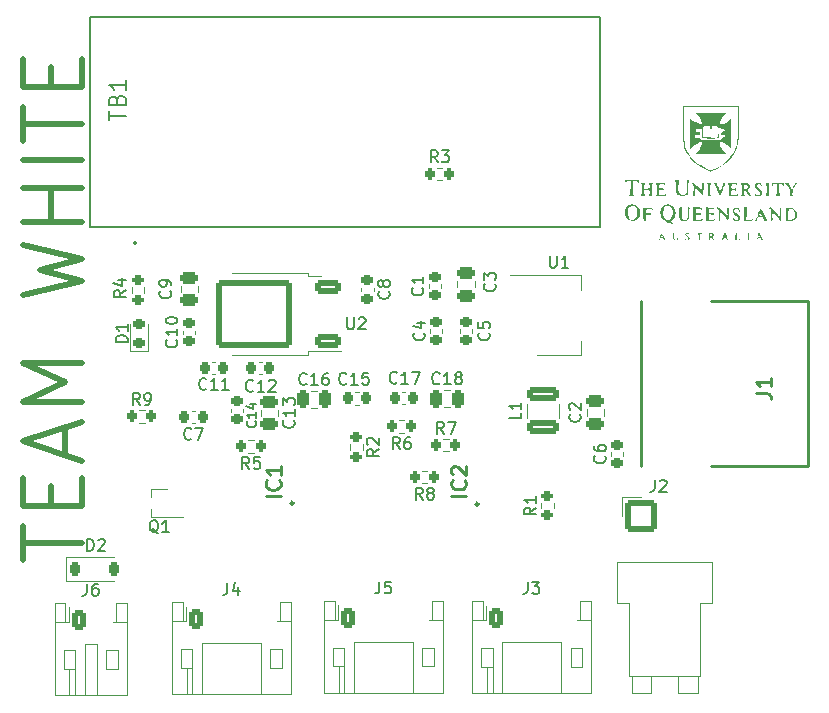
<source format=gto>
G04 #@! TF.GenerationSoftware,KiCad,Pcbnew,7.0.1*
G04 #@! TF.CreationDate,2023-08-25T11:55:28+10:00*
G04 #@! TF.ProjectId,Firetruck,46697265-7472-4756-936b-2e6b69636164,rev?*
G04 #@! TF.SameCoordinates,Original*
G04 #@! TF.FileFunction,Legend,Top*
G04 #@! TF.FilePolarity,Positive*
%FSLAX46Y46*%
G04 Gerber Fmt 4.6, Leading zero omitted, Abs format (unit mm)*
G04 Created by KiCad (PCBNEW 7.0.1) date 2023-08-25 11:55:28*
%MOMM*%
%LPD*%
G01*
G04 APERTURE LIST*
G04 Aperture macros list*
%AMRoundRect*
0 Rectangle with rounded corners*
0 $1 Rounding radius*
0 $2 $3 $4 $5 $6 $7 $8 $9 X,Y pos of 4 corners*
0 Add a 4 corners polygon primitive as box body*
4,1,4,$2,$3,$4,$5,$6,$7,$8,$9,$2,$3,0*
0 Add four circle primitives for the rounded corners*
1,1,$1+$1,$2,$3*
1,1,$1+$1,$4,$5*
1,1,$1+$1,$6,$7*
1,1,$1+$1,$8,$9*
0 Add four rect primitives between the rounded corners*
20,1,$1+$1,$2,$3,$4,$5,0*
20,1,$1+$1,$4,$5,$6,$7,0*
20,1,$1+$1,$6,$7,$8,$9,0*
20,1,$1+$1,$8,$9,$2,$3,0*%
G04 Aperture macros list end*
%ADD10C,0.500000*%
%ADD11C,0.150000*%
%ADD12C,0.254000*%
%ADD13C,0.120000*%
%ADD14C,0.127000*%
%ADD15C,0.200000*%
%ADD16C,0.250000*%
%ADD17RoundRect,0.200000X-0.275000X0.200000X-0.275000X-0.200000X0.275000X-0.200000X0.275000X0.200000X0*%
%ADD18RoundRect,0.225000X0.225000X0.250000X-0.225000X0.250000X-0.225000X-0.250000X0.225000X-0.250000X0*%
%ADD19RoundRect,0.250000X1.075000X-0.375000X1.075000X0.375000X-1.075000X0.375000X-1.075000X-0.375000X0*%
%ADD20RoundRect,0.250001X-1.099999X-1.099999X1.099999X-1.099999X1.099999X1.099999X-1.099999X1.099999X0*%
%ADD21C,2.700000*%
%ADD22RoundRect,0.200000X-0.200000X-0.275000X0.200000X-0.275000X0.200000X0.275000X-0.200000X0.275000X0*%
%ADD23RoundRect,0.225000X0.250000X-0.225000X0.250000X0.225000X-0.250000X0.225000X-0.250000X-0.225000X0*%
%ADD24RoundRect,0.250000X-0.350000X-0.625000X0.350000X-0.625000X0.350000X0.625000X-0.350000X0.625000X0*%
%ADD25O,1.200000X1.750000*%
%ADD26RoundRect,0.225000X-0.250000X0.225000X-0.250000X-0.225000X0.250000X-0.225000X0.250000X0.225000X0*%
%ADD27RoundRect,0.250000X0.475000X-0.250000X0.475000X0.250000X-0.475000X0.250000X-0.475000X-0.250000X0*%
%ADD28R,1.800000X1.800000*%
%ADD29C,1.800000*%
%ADD30RoundRect,0.200000X0.200000X0.275000X-0.200000X0.275000X-0.200000X-0.275000X0.200000X-0.275000X0*%
%ADD31C,3.400000*%
%ADD32C,1.500000*%
%ADD33RoundRect,0.250000X-0.475000X0.250000X-0.475000X-0.250000X0.475000X-0.250000X0.475000X0.250000X0*%
%ADD34RoundRect,0.250000X-0.250000X-0.475000X0.250000X-0.475000X0.250000X0.475000X-0.250000X0.475000X0*%
%ADD35R,0.300000X0.800000*%
%ADD36R,0.800000X0.300000*%
%ADD37C,0.500000*%
%ADD38R,1.750000X1.750000*%
%ADD39RoundRect,0.225000X-0.225000X-0.375000X0.225000X-0.375000X0.225000X0.375000X-0.225000X0.375000X0*%
%ADD40RoundRect,0.200000X0.275000X-0.200000X0.275000X0.200000X-0.275000X0.200000X-0.275000X-0.200000X0*%
%ADD41R,1.500000X0.450000*%
%ADD42RoundRect,0.218750X0.256250X-0.218750X0.256250X0.218750X-0.256250X0.218750X-0.256250X-0.218750X0*%
%ADD43R,2.000000X1.500000*%
%ADD44R,2.000000X3.800000*%
%ADD45RoundRect,0.225000X-0.225000X-0.250000X0.225000X-0.250000X0.225000X0.250000X-0.225000X0.250000X0*%
%ADD46RoundRect,0.250000X0.850000X0.350000X-0.850000X0.350000X-0.850000X-0.350000X0.850000X-0.350000X0*%
%ADD47RoundRect,0.249997X2.950003X2.650003X-2.950003X2.650003X-2.950003X-2.650003X2.950003X-2.650003X0*%
G04 APERTURE END LIST*
D10*
X120098095Y-100313809D02*
X120098095Y-97456666D01*
X125098095Y-98885238D02*
X120098095Y-98885238D01*
X122479047Y-95789999D02*
X122479047Y-94123333D01*
X125098095Y-93409047D02*
X125098095Y-95789999D01*
X125098095Y-95789999D02*
X120098095Y-95789999D01*
X120098095Y-95789999D02*
X120098095Y-93409047D01*
X123669523Y-91504285D02*
X123669523Y-89123332D01*
X125098095Y-91980475D02*
X120098095Y-90313808D01*
X120098095Y-90313808D02*
X125098095Y-88647142D01*
X125098095Y-86980475D02*
X120098095Y-86980475D01*
X120098095Y-86980475D02*
X123669523Y-85313809D01*
X123669523Y-85313809D02*
X120098095Y-83647142D01*
X120098095Y-83647142D02*
X125098095Y-83647142D01*
X120098095Y-77932856D02*
X125098095Y-76742380D01*
X125098095Y-76742380D02*
X121526666Y-75789999D01*
X121526666Y-75789999D02*
X125098095Y-74837618D01*
X125098095Y-74837618D02*
X120098095Y-73647142D01*
X125098095Y-71742379D02*
X120098095Y-71742379D01*
X122479047Y-71742379D02*
X122479047Y-68885236D01*
X125098095Y-68885236D02*
X120098095Y-68885236D01*
X125098095Y-66504284D02*
X120098095Y-66504284D01*
X120098095Y-64837618D02*
X120098095Y-61980475D01*
X125098095Y-63409047D02*
X120098095Y-63409047D01*
X122479047Y-60313808D02*
X122479047Y-58647142D01*
X125098095Y-57932856D02*
X125098095Y-60313808D01*
X125098095Y-60313808D02*
X120098095Y-60313808D01*
X120098095Y-60313808D02*
X120098095Y-57932856D01*
D11*
X150242619Y-90961666D02*
X149766428Y-91294999D01*
X150242619Y-91533094D02*
X149242619Y-91533094D01*
X149242619Y-91533094D02*
X149242619Y-91152142D01*
X149242619Y-91152142D02*
X149290238Y-91056904D01*
X149290238Y-91056904D02*
X149337857Y-91009285D01*
X149337857Y-91009285D02*
X149433095Y-90961666D01*
X149433095Y-90961666D02*
X149575952Y-90961666D01*
X149575952Y-90961666D02*
X149671190Y-91009285D01*
X149671190Y-91009285D02*
X149718809Y-91056904D01*
X149718809Y-91056904D02*
X149766428Y-91152142D01*
X149766428Y-91152142D02*
X149766428Y-91533094D01*
X149337857Y-90580713D02*
X149290238Y-90533094D01*
X149290238Y-90533094D02*
X149242619Y-90437856D01*
X149242619Y-90437856D02*
X149242619Y-90199761D01*
X149242619Y-90199761D02*
X149290238Y-90104523D01*
X149290238Y-90104523D02*
X149337857Y-90056904D01*
X149337857Y-90056904D02*
X149433095Y-90009285D01*
X149433095Y-90009285D02*
X149528333Y-90009285D01*
X149528333Y-90009285D02*
X149671190Y-90056904D01*
X149671190Y-90056904D02*
X150242619Y-90628332D01*
X150242619Y-90628332D02*
X150242619Y-90009285D01*
X147507142Y-85407380D02*
X147459523Y-85455000D01*
X147459523Y-85455000D02*
X147316666Y-85502619D01*
X147316666Y-85502619D02*
X147221428Y-85502619D01*
X147221428Y-85502619D02*
X147078571Y-85455000D01*
X147078571Y-85455000D02*
X146983333Y-85359761D01*
X146983333Y-85359761D02*
X146935714Y-85264523D01*
X146935714Y-85264523D02*
X146888095Y-85074047D01*
X146888095Y-85074047D02*
X146888095Y-84931190D01*
X146888095Y-84931190D02*
X146935714Y-84740714D01*
X146935714Y-84740714D02*
X146983333Y-84645476D01*
X146983333Y-84645476D02*
X147078571Y-84550238D01*
X147078571Y-84550238D02*
X147221428Y-84502619D01*
X147221428Y-84502619D02*
X147316666Y-84502619D01*
X147316666Y-84502619D02*
X147459523Y-84550238D01*
X147459523Y-84550238D02*
X147507142Y-84597857D01*
X148459523Y-85502619D02*
X147888095Y-85502619D01*
X148173809Y-85502619D02*
X148173809Y-84502619D01*
X148173809Y-84502619D02*
X148078571Y-84645476D01*
X148078571Y-84645476D02*
X147983333Y-84740714D01*
X147983333Y-84740714D02*
X147888095Y-84788333D01*
X149364285Y-84502619D02*
X148888095Y-84502619D01*
X148888095Y-84502619D02*
X148840476Y-84978809D01*
X148840476Y-84978809D02*
X148888095Y-84931190D01*
X148888095Y-84931190D02*
X148983333Y-84883571D01*
X148983333Y-84883571D02*
X149221428Y-84883571D01*
X149221428Y-84883571D02*
X149316666Y-84931190D01*
X149316666Y-84931190D02*
X149364285Y-84978809D01*
X149364285Y-84978809D02*
X149411904Y-85074047D01*
X149411904Y-85074047D02*
X149411904Y-85312142D01*
X149411904Y-85312142D02*
X149364285Y-85407380D01*
X149364285Y-85407380D02*
X149316666Y-85455000D01*
X149316666Y-85455000D02*
X149221428Y-85502619D01*
X149221428Y-85502619D02*
X148983333Y-85502619D01*
X148983333Y-85502619D02*
X148888095Y-85455000D01*
X148888095Y-85455000D02*
X148840476Y-85407380D01*
X162302619Y-87886666D02*
X162302619Y-88362856D01*
X162302619Y-88362856D02*
X161302619Y-88362856D01*
X162302619Y-87029523D02*
X162302619Y-87600951D01*
X162302619Y-87315237D02*
X161302619Y-87315237D01*
X161302619Y-87315237D02*
X161445476Y-87410475D01*
X161445476Y-87410475D02*
X161540714Y-87505713D01*
X161540714Y-87505713D02*
X161588333Y-87600951D01*
X173606666Y-93582619D02*
X173606666Y-94296904D01*
X173606666Y-94296904D02*
X173559047Y-94439761D01*
X173559047Y-94439761D02*
X173463809Y-94535000D01*
X173463809Y-94535000D02*
X173320952Y-94582619D01*
X173320952Y-94582619D02*
X173225714Y-94582619D01*
X174035238Y-93677857D02*
X174082857Y-93630238D01*
X174082857Y-93630238D02*
X174178095Y-93582619D01*
X174178095Y-93582619D02*
X174416190Y-93582619D01*
X174416190Y-93582619D02*
X174511428Y-93630238D01*
X174511428Y-93630238D02*
X174559047Y-93677857D01*
X174559047Y-93677857D02*
X174606666Y-93773095D01*
X174606666Y-93773095D02*
X174606666Y-93868333D01*
X174606666Y-93868333D02*
X174559047Y-94011190D01*
X174559047Y-94011190D02*
X173987619Y-94582619D01*
X173987619Y-94582619D02*
X174606666Y-94582619D01*
X155233333Y-66682619D02*
X154900000Y-66206428D01*
X154661905Y-66682619D02*
X154661905Y-65682619D01*
X154661905Y-65682619D02*
X155042857Y-65682619D01*
X155042857Y-65682619D02*
X155138095Y-65730238D01*
X155138095Y-65730238D02*
X155185714Y-65777857D01*
X155185714Y-65777857D02*
X155233333Y-65873095D01*
X155233333Y-65873095D02*
X155233333Y-66015952D01*
X155233333Y-66015952D02*
X155185714Y-66111190D01*
X155185714Y-66111190D02*
X155138095Y-66158809D01*
X155138095Y-66158809D02*
X155042857Y-66206428D01*
X155042857Y-66206428D02*
X154661905Y-66206428D01*
X155566667Y-65682619D02*
X156185714Y-65682619D01*
X156185714Y-65682619D02*
X155852381Y-66063571D01*
X155852381Y-66063571D02*
X155995238Y-66063571D01*
X155995238Y-66063571D02*
X156090476Y-66111190D01*
X156090476Y-66111190D02*
X156138095Y-66158809D01*
X156138095Y-66158809D02*
X156185714Y-66254047D01*
X156185714Y-66254047D02*
X156185714Y-66492142D01*
X156185714Y-66492142D02*
X156138095Y-66587380D01*
X156138095Y-66587380D02*
X156090476Y-66635000D01*
X156090476Y-66635000D02*
X155995238Y-66682619D01*
X155995238Y-66682619D02*
X155709524Y-66682619D01*
X155709524Y-66682619D02*
X155614286Y-66635000D01*
X155614286Y-66635000D02*
X155566667Y-66587380D01*
X133107380Y-81707857D02*
X133155000Y-81755476D01*
X133155000Y-81755476D02*
X133202619Y-81898333D01*
X133202619Y-81898333D02*
X133202619Y-81993571D01*
X133202619Y-81993571D02*
X133155000Y-82136428D01*
X133155000Y-82136428D02*
X133059761Y-82231666D01*
X133059761Y-82231666D02*
X132964523Y-82279285D01*
X132964523Y-82279285D02*
X132774047Y-82326904D01*
X132774047Y-82326904D02*
X132631190Y-82326904D01*
X132631190Y-82326904D02*
X132440714Y-82279285D01*
X132440714Y-82279285D02*
X132345476Y-82231666D01*
X132345476Y-82231666D02*
X132250238Y-82136428D01*
X132250238Y-82136428D02*
X132202619Y-81993571D01*
X132202619Y-81993571D02*
X132202619Y-81898333D01*
X132202619Y-81898333D02*
X132250238Y-81755476D01*
X132250238Y-81755476D02*
X132297857Y-81707857D01*
X133202619Y-80755476D02*
X133202619Y-81326904D01*
X133202619Y-81041190D02*
X132202619Y-81041190D01*
X132202619Y-81041190D02*
X132345476Y-81136428D01*
X132345476Y-81136428D02*
X132440714Y-81231666D01*
X132440714Y-81231666D02*
X132488333Y-81326904D01*
X132202619Y-80136428D02*
X132202619Y-80041190D01*
X132202619Y-80041190D02*
X132250238Y-79945952D01*
X132250238Y-79945952D02*
X132297857Y-79898333D01*
X132297857Y-79898333D02*
X132393095Y-79850714D01*
X132393095Y-79850714D02*
X132583571Y-79803095D01*
X132583571Y-79803095D02*
X132821666Y-79803095D01*
X132821666Y-79803095D02*
X133012142Y-79850714D01*
X133012142Y-79850714D02*
X133107380Y-79898333D01*
X133107380Y-79898333D02*
X133155000Y-79945952D01*
X133155000Y-79945952D02*
X133202619Y-80041190D01*
X133202619Y-80041190D02*
X133202619Y-80136428D01*
X133202619Y-80136428D02*
X133155000Y-80231666D01*
X133155000Y-80231666D02*
X133107380Y-80279285D01*
X133107380Y-80279285D02*
X133012142Y-80326904D01*
X133012142Y-80326904D02*
X132821666Y-80374523D01*
X132821666Y-80374523D02*
X132583571Y-80374523D01*
X132583571Y-80374523D02*
X132393095Y-80326904D01*
X132393095Y-80326904D02*
X132297857Y-80279285D01*
X132297857Y-80279285D02*
X132250238Y-80231666D01*
X132250238Y-80231666D02*
X132202619Y-80136428D01*
X125526666Y-102362619D02*
X125526666Y-103076904D01*
X125526666Y-103076904D02*
X125479047Y-103219761D01*
X125479047Y-103219761D02*
X125383809Y-103315000D01*
X125383809Y-103315000D02*
X125240952Y-103362619D01*
X125240952Y-103362619D02*
X125145714Y-103362619D01*
X126431428Y-102362619D02*
X126240952Y-102362619D01*
X126240952Y-102362619D02*
X126145714Y-102410238D01*
X126145714Y-102410238D02*
X126098095Y-102457857D01*
X126098095Y-102457857D02*
X126002857Y-102600714D01*
X126002857Y-102600714D02*
X125955238Y-102791190D01*
X125955238Y-102791190D02*
X125955238Y-103172142D01*
X125955238Y-103172142D02*
X126002857Y-103267380D01*
X126002857Y-103267380D02*
X126050476Y-103315000D01*
X126050476Y-103315000D02*
X126145714Y-103362619D01*
X126145714Y-103362619D02*
X126336190Y-103362619D01*
X126336190Y-103362619D02*
X126431428Y-103315000D01*
X126431428Y-103315000D02*
X126479047Y-103267380D01*
X126479047Y-103267380D02*
X126526666Y-103172142D01*
X126526666Y-103172142D02*
X126526666Y-102934047D01*
X126526666Y-102934047D02*
X126479047Y-102838809D01*
X126479047Y-102838809D02*
X126431428Y-102791190D01*
X126431428Y-102791190D02*
X126336190Y-102743571D01*
X126336190Y-102743571D02*
X126145714Y-102743571D01*
X126145714Y-102743571D02*
X126050476Y-102791190D01*
X126050476Y-102791190D02*
X126002857Y-102838809D01*
X126002857Y-102838809D02*
X125955238Y-102934047D01*
X151087380Y-77606666D02*
X151135000Y-77654285D01*
X151135000Y-77654285D02*
X151182619Y-77797142D01*
X151182619Y-77797142D02*
X151182619Y-77892380D01*
X151182619Y-77892380D02*
X151135000Y-78035237D01*
X151135000Y-78035237D02*
X151039761Y-78130475D01*
X151039761Y-78130475D02*
X150944523Y-78178094D01*
X150944523Y-78178094D02*
X150754047Y-78225713D01*
X150754047Y-78225713D02*
X150611190Y-78225713D01*
X150611190Y-78225713D02*
X150420714Y-78178094D01*
X150420714Y-78178094D02*
X150325476Y-78130475D01*
X150325476Y-78130475D02*
X150230238Y-78035237D01*
X150230238Y-78035237D02*
X150182619Y-77892380D01*
X150182619Y-77892380D02*
X150182619Y-77797142D01*
X150182619Y-77797142D02*
X150230238Y-77654285D01*
X150230238Y-77654285D02*
X150277857Y-77606666D01*
X150611190Y-77035237D02*
X150563571Y-77130475D01*
X150563571Y-77130475D02*
X150515952Y-77178094D01*
X150515952Y-77178094D02*
X150420714Y-77225713D01*
X150420714Y-77225713D02*
X150373095Y-77225713D01*
X150373095Y-77225713D02*
X150277857Y-77178094D01*
X150277857Y-77178094D02*
X150230238Y-77130475D01*
X150230238Y-77130475D02*
X150182619Y-77035237D01*
X150182619Y-77035237D02*
X150182619Y-76844761D01*
X150182619Y-76844761D02*
X150230238Y-76749523D01*
X150230238Y-76749523D02*
X150277857Y-76701904D01*
X150277857Y-76701904D02*
X150373095Y-76654285D01*
X150373095Y-76654285D02*
X150420714Y-76654285D01*
X150420714Y-76654285D02*
X150515952Y-76701904D01*
X150515952Y-76701904D02*
X150563571Y-76749523D01*
X150563571Y-76749523D02*
X150611190Y-76844761D01*
X150611190Y-76844761D02*
X150611190Y-77035237D01*
X150611190Y-77035237D02*
X150658809Y-77130475D01*
X150658809Y-77130475D02*
X150706428Y-77178094D01*
X150706428Y-77178094D02*
X150801666Y-77225713D01*
X150801666Y-77225713D02*
X150992142Y-77225713D01*
X150992142Y-77225713D02*
X151087380Y-77178094D01*
X151087380Y-77178094D02*
X151135000Y-77130475D01*
X151135000Y-77130475D02*
X151182619Y-77035237D01*
X151182619Y-77035237D02*
X151182619Y-76844761D01*
X151182619Y-76844761D02*
X151135000Y-76749523D01*
X151135000Y-76749523D02*
X151087380Y-76701904D01*
X151087380Y-76701904D02*
X150992142Y-76654285D01*
X150992142Y-76654285D02*
X150801666Y-76654285D01*
X150801666Y-76654285D02*
X150706428Y-76701904D01*
X150706428Y-76701904D02*
X150658809Y-76749523D01*
X150658809Y-76749523D02*
X150611190Y-76844761D01*
X160047380Y-76966666D02*
X160095000Y-77014285D01*
X160095000Y-77014285D02*
X160142619Y-77157142D01*
X160142619Y-77157142D02*
X160142619Y-77252380D01*
X160142619Y-77252380D02*
X160095000Y-77395237D01*
X160095000Y-77395237D02*
X159999761Y-77490475D01*
X159999761Y-77490475D02*
X159904523Y-77538094D01*
X159904523Y-77538094D02*
X159714047Y-77585713D01*
X159714047Y-77585713D02*
X159571190Y-77585713D01*
X159571190Y-77585713D02*
X159380714Y-77538094D01*
X159380714Y-77538094D02*
X159285476Y-77490475D01*
X159285476Y-77490475D02*
X159190238Y-77395237D01*
X159190238Y-77395237D02*
X159142619Y-77252380D01*
X159142619Y-77252380D02*
X159142619Y-77157142D01*
X159142619Y-77157142D02*
X159190238Y-77014285D01*
X159190238Y-77014285D02*
X159237857Y-76966666D01*
X159142619Y-76633332D02*
X159142619Y-76014285D01*
X159142619Y-76014285D02*
X159523571Y-76347618D01*
X159523571Y-76347618D02*
X159523571Y-76204761D01*
X159523571Y-76204761D02*
X159571190Y-76109523D01*
X159571190Y-76109523D02*
X159618809Y-76061904D01*
X159618809Y-76061904D02*
X159714047Y-76014285D01*
X159714047Y-76014285D02*
X159952142Y-76014285D01*
X159952142Y-76014285D02*
X160047380Y-76061904D01*
X160047380Y-76061904D02*
X160095000Y-76109523D01*
X160095000Y-76109523D02*
X160142619Y-76204761D01*
X160142619Y-76204761D02*
X160142619Y-76490475D01*
X160142619Y-76490475D02*
X160095000Y-76585713D01*
X160095000Y-76585713D02*
X160047380Y-76633332D01*
X127407666Y-63126666D02*
X127407666Y-62326666D01*
X128807666Y-62726666D02*
X127407666Y-62726666D01*
X128074333Y-61393333D02*
X128141000Y-61193333D01*
X128141000Y-61193333D02*
X128207666Y-61126666D01*
X128207666Y-61126666D02*
X128341000Y-61059999D01*
X128341000Y-61059999D02*
X128541000Y-61059999D01*
X128541000Y-61059999D02*
X128674333Y-61126666D01*
X128674333Y-61126666D02*
X128741000Y-61193333D01*
X128741000Y-61193333D02*
X128807666Y-61326666D01*
X128807666Y-61326666D02*
X128807666Y-61859999D01*
X128807666Y-61859999D02*
X127407666Y-61859999D01*
X127407666Y-61859999D02*
X127407666Y-61393333D01*
X127407666Y-61393333D02*
X127474333Y-61259999D01*
X127474333Y-61259999D02*
X127541000Y-61193333D01*
X127541000Y-61193333D02*
X127674333Y-61126666D01*
X127674333Y-61126666D02*
X127807666Y-61126666D01*
X127807666Y-61126666D02*
X127941000Y-61193333D01*
X127941000Y-61193333D02*
X128007666Y-61259999D01*
X128007666Y-61259999D02*
X128074333Y-61393333D01*
X128074333Y-61393333D02*
X128074333Y-61859999D01*
X128807666Y-59726666D02*
X128807666Y-60526666D01*
X128807666Y-60126666D02*
X127407666Y-60126666D01*
X127407666Y-60126666D02*
X127607666Y-60259999D01*
X127607666Y-60259999D02*
X127741000Y-60393333D01*
X127741000Y-60393333D02*
X127807666Y-60526666D01*
X153953333Y-95242619D02*
X153620000Y-94766428D01*
X153381905Y-95242619D02*
X153381905Y-94242619D01*
X153381905Y-94242619D02*
X153762857Y-94242619D01*
X153762857Y-94242619D02*
X153858095Y-94290238D01*
X153858095Y-94290238D02*
X153905714Y-94337857D01*
X153905714Y-94337857D02*
X153953333Y-94433095D01*
X153953333Y-94433095D02*
X153953333Y-94575952D01*
X153953333Y-94575952D02*
X153905714Y-94671190D01*
X153905714Y-94671190D02*
X153858095Y-94718809D01*
X153858095Y-94718809D02*
X153762857Y-94766428D01*
X153762857Y-94766428D02*
X153381905Y-94766428D01*
X154524762Y-94671190D02*
X154429524Y-94623571D01*
X154429524Y-94623571D02*
X154381905Y-94575952D01*
X154381905Y-94575952D02*
X154334286Y-94480714D01*
X154334286Y-94480714D02*
X154334286Y-94433095D01*
X154334286Y-94433095D02*
X154381905Y-94337857D01*
X154381905Y-94337857D02*
X154429524Y-94290238D01*
X154429524Y-94290238D02*
X154524762Y-94242619D01*
X154524762Y-94242619D02*
X154715238Y-94242619D01*
X154715238Y-94242619D02*
X154810476Y-94290238D01*
X154810476Y-94290238D02*
X154858095Y-94337857D01*
X154858095Y-94337857D02*
X154905714Y-94433095D01*
X154905714Y-94433095D02*
X154905714Y-94480714D01*
X154905714Y-94480714D02*
X154858095Y-94575952D01*
X154858095Y-94575952D02*
X154810476Y-94623571D01*
X154810476Y-94623571D02*
X154715238Y-94671190D01*
X154715238Y-94671190D02*
X154524762Y-94671190D01*
X154524762Y-94671190D02*
X154429524Y-94718809D01*
X154429524Y-94718809D02*
X154381905Y-94766428D01*
X154381905Y-94766428D02*
X154334286Y-94861666D01*
X154334286Y-94861666D02*
X154334286Y-95052142D01*
X154334286Y-95052142D02*
X154381905Y-95147380D01*
X154381905Y-95147380D02*
X154429524Y-95195000D01*
X154429524Y-95195000D02*
X154524762Y-95242619D01*
X154524762Y-95242619D02*
X154715238Y-95242619D01*
X154715238Y-95242619D02*
X154810476Y-95195000D01*
X154810476Y-95195000D02*
X154858095Y-95147380D01*
X154858095Y-95147380D02*
X154905714Y-95052142D01*
X154905714Y-95052142D02*
X154905714Y-94861666D01*
X154905714Y-94861666D02*
X154858095Y-94766428D01*
X154858095Y-94766428D02*
X154810476Y-94718809D01*
X154810476Y-94718809D02*
X154715238Y-94671190D01*
X152018333Y-90942619D02*
X151685000Y-90466428D01*
X151446905Y-90942619D02*
X151446905Y-89942619D01*
X151446905Y-89942619D02*
X151827857Y-89942619D01*
X151827857Y-89942619D02*
X151923095Y-89990238D01*
X151923095Y-89990238D02*
X151970714Y-90037857D01*
X151970714Y-90037857D02*
X152018333Y-90133095D01*
X152018333Y-90133095D02*
X152018333Y-90275952D01*
X152018333Y-90275952D02*
X151970714Y-90371190D01*
X151970714Y-90371190D02*
X151923095Y-90418809D01*
X151923095Y-90418809D02*
X151827857Y-90466428D01*
X151827857Y-90466428D02*
X151446905Y-90466428D01*
X152875476Y-89942619D02*
X152685000Y-89942619D01*
X152685000Y-89942619D02*
X152589762Y-89990238D01*
X152589762Y-89990238D02*
X152542143Y-90037857D01*
X152542143Y-90037857D02*
X152446905Y-90180714D01*
X152446905Y-90180714D02*
X152399286Y-90371190D01*
X152399286Y-90371190D02*
X152399286Y-90752142D01*
X152399286Y-90752142D02*
X152446905Y-90847380D01*
X152446905Y-90847380D02*
X152494524Y-90895000D01*
X152494524Y-90895000D02*
X152589762Y-90942619D01*
X152589762Y-90942619D02*
X152780238Y-90942619D01*
X152780238Y-90942619D02*
X152875476Y-90895000D01*
X152875476Y-90895000D02*
X152923095Y-90847380D01*
X152923095Y-90847380D02*
X152970714Y-90752142D01*
X152970714Y-90752142D02*
X152970714Y-90514047D01*
X152970714Y-90514047D02*
X152923095Y-90418809D01*
X152923095Y-90418809D02*
X152875476Y-90371190D01*
X152875476Y-90371190D02*
X152780238Y-90323571D01*
X152780238Y-90323571D02*
X152589762Y-90323571D01*
X152589762Y-90323571D02*
X152494524Y-90371190D01*
X152494524Y-90371190D02*
X152446905Y-90418809D01*
X152446905Y-90418809D02*
X152399286Y-90514047D01*
X153927380Y-77311666D02*
X153975000Y-77359285D01*
X153975000Y-77359285D02*
X154022619Y-77502142D01*
X154022619Y-77502142D02*
X154022619Y-77597380D01*
X154022619Y-77597380D02*
X153975000Y-77740237D01*
X153975000Y-77740237D02*
X153879761Y-77835475D01*
X153879761Y-77835475D02*
X153784523Y-77883094D01*
X153784523Y-77883094D02*
X153594047Y-77930713D01*
X153594047Y-77930713D02*
X153451190Y-77930713D01*
X153451190Y-77930713D02*
X153260714Y-77883094D01*
X153260714Y-77883094D02*
X153165476Y-77835475D01*
X153165476Y-77835475D02*
X153070238Y-77740237D01*
X153070238Y-77740237D02*
X153022619Y-77597380D01*
X153022619Y-77597380D02*
X153022619Y-77502142D01*
X153022619Y-77502142D02*
X153070238Y-77359285D01*
X153070238Y-77359285D02*
X153117857Y-77311666D01*
X154022619Y-76359285D02*
X154022619Y-76930713D01*
X154022619Y-76644999D02*
X153022619Y-76644999D01*
X153022619Y-76644999D02*
X153165476Y-76740237D01*
X153165476Y-76740237D02*
X153260714Y-76835475D01*
X153260714Y-76835475D02*
X153308333Y-76930713D01*
D12*
X182153526Y-86202332D02*
X183060669Y-86202332D01*
X183060669Y-86202332D02*
X183242097Y-86262809D01*
X183242097Y-86262809D02*
X183363050Y-86383761D01*
X183363050Y-86383761D02*
X183423526Y-86565190D01*
X183423526Y-86565190D02*
X183423526Y-86686142D01*
X183423526Y-84932332D02*
X183423526Y-85658047D01*
X183423526Y-85295190D02*
X182153526Y-85295190D01*
X182153526Y-85295190D02*
X182334954Y-85416142D01*
X182334954Y-85416142D02*
X182455907Y-85537094D01*
X182455907Y-85537094D02*
X182516383Y-85658047D01*
D11*
X132577380Y-77586666D02*
X132625000Y-77634285D01*
X132625000Y-77634285D02*
X132672619Y-77777142D01*
X132672619Y-77777142D02*
X132672619Y-77872380D01*
X132672619Y-77872380D02*
X132625000Y-78015237D01*
X132625000Y-78015237D02*
X132529761Y-78110475D01*
X132529761Y-78110475D02*
X132434523Y-78158094D01*
X132434523Y-78158094D02*
X132244047Y-78205713D01*
X132244047Y-78205713D02*
X132101190Y-78205713D01*
X132101190Y-78205713D02*
X131910714Y-78158094D01*
X131910714Y-78158094D02*
X131815476Y-78110475D01*
X131815476Y-78110475D02*
X131720238Y-78015237D01*
X131720238Y-78015237D02*
X131672619Y-77872380D01*
X131672619Y-77872380D02*
X131672619Y-77777142D01*
X131672619Y-77777142D02*
X131720238Y-77634285D01*
X131720238Y-77634285D02*
X131767857Y-77586666D01*
X132672619Y-77110475D02*
X132672619Y-76919999D01*
X132672619Y-76919999D02*
X132625000Y-76824761D01*
X132625000Y-76824761D02*
X132577380Y-76777142D01*
X132577380Y-76777142D02*
X132434523Y-76681904D01*
X132434523Y-76681904D02*
X132244047Y-76634285D01*
X132244047Y-76634285D02*
X131863095Y-76634285D01*
X131863095Y-76634285D02*
X131767857Y-76681904D01*
X131767857Y-76681904D02*
X131720238Y-76729523D01*
X131720238Y-76729523D02*
X131672619Y-76824761D01*
X131672619Y-76824761D02*
X131672619Y-77015237D01*
X131672619Y-77015237D02*
X131720238Y-77110475D01*
X131720238Y-77110475D02*
X131767857Y-77158094D01*
X131767857Y-77158094D02*
X131863095Y-77205713D01*
X131863095Y-77205713D02*
X132101190Y-77205713D01*
X132101190Y-77205713D02*
X132196428Y-77158094D01*
X132196428Y-77158094D02*
X132244047Y-77110475D01*
X132244047Y-77110475D02*
X132291666Y-77015237D01*
X132291666Y-77015237D02*
X132291666Y-76824761D01*
X132291666Y-76824761D02*
X132244047Y-76729523D01*
X132244047Y-76729523D02*
X132196428Y-76681904D01*
X132196428Y-76681904D02*
X132101190Y-76634285D01*
X144127142Y-85427380D02*
X144079523Y-85475000D01*
X144079523Y-85475000D02*
X143936666Y-85522619D01*
X143936666Y-85522619D02*
X143841428Y-85522619D01*
X143841428Y-85522619D02*
X143698571Y-85475000D01*
X143698571Y-85475000D02*
X143603333Y-85379761D01*
X143603333Y-85379761D02*
X143555714Y-85284523D01*
X143555714Y-85284523D02*
X143508095Y-85094047D01*
X143508095Y-85094047D02*
X143508095Y-84951190D01*
X143508095Y-84951190D02*
X143555714Y-84760714D01*
X143555714Y-84760714D02*
X143603333Y-84665476D01*
X143603333Y-84665476D02*
X143698571Y-84570238D01*
X143698571Y-84570238D02*
X143841428Y-84522619D01*
X143841428Y-84522619D02*
X143936666Y-84522619D01*
X143936666Y-84522619D02*
X144079523Y-84570238D01*
X144079523Y-84570238D02*
X144127142Y-84617857D01*
X145079523Y-85522619D02*
X144508095Y-85522619D01*
X144793809Y-85522619D02*
X144793809Y-84522619D01*
X144793809Y-84522619D02*
X144698571Y-84665476D01*
X144698571Y-84665476D02*
X144603333Y-84760714D01*
X144603333Y-84760714D02*
X144508095Y-84808333D01*
X145936666Y-84522619D02*
X145746190Y-84522619D01*
X145746190Y-84522619D02*
X145650952Y-84570238D01*
X145650952Y-84570238D02*
X145603333Y-84617857D01*
X145603333Y-84617857D02*
X145508095Y-84760714D01*
X145508095Y-84760714D02*
X145460476Y-84951190D01*
X145460476Y-84951190D02*
X145460476Y-85332142D01*
X145460476Y-85332142D02*
X145508095Y-85427380D01*
X145508095Y-85427380D02*
X145555714Y-85475000D01*
X145555714Y-85475000D02*
X145650952Y-85522619D01*
X145650952Y-85522619D02*
X145841428Y-85522619D01*
X145841428Y-85522619D02*
X145936666Y-85475000D01*
X145936666Y-85475000D02*
X145984285Y-85427380D01*
X145984285Y-85427380D02*
X146031904Y-85332142D01*
X146031904Y-85332142D02*
X146031904Y-85094047D01*
X146031904Y-85094047D02*
X145984285Y-84998809D01*
X145984285Y-84998809D02*
X145936666Y-84951190D01*
X145936666Y-84951190D02*
X145841428Y-84903571D01*
X145841428Y-84903571D02*
X145650952Y-84903571D01*
X145650952Y-84903571D02*
X145555714Y-84951190D01*
X145555714Y-84951190D02*
X145508095Y-84998809D01*
X145508095Y-84998809D02*
X145460476Y-85094047D01*
X143027380Y-88537857D02*
X143075000Y-88585476D01*
X143075000Y-88585476D02*
X143122619Y-88728333D01*
X143122619Y-88728333D02*
X143122619Y-88823571D01*
X143122619Y-88823571D02*
X143075000Y-88966428D01*
X143075000Y-88966428D02*
X142979761Y-89061666D01*
X142979761Y-89061666D02*
X142884523Y-89109285D01*
X142884523Y-89109285D02*
X142694047Y-89156904D01*
X142694047Y-89156904D02*
X142551190Y-89156904D01*
X142551190Y-89156904D02*
X142360714Y-89109285D01*
X142360714Y-89109285D02*
X142265476Y-89061666D01*
X142265476Y-89061666D02*
X142170238Y-88966428D01*
X142170238Y-88966428D02*
X142122619Y-88823571D01*
X142122619Y-88823571D02*
X142122619Y-88728333D01*
X142122619Y-88728333D02*
X142170238Y-88585476D01*
X142170238Y-88585476D02*
X142217857Y-88537857D01*
X143122619Y-87585476D02*
X143122619Y-88156904D01*
X143122619Y-87871190D02*
X142122619Y-87871190D01*
X142122619Y-87871190D02*
X142265476Y-87966428D01*
X142265476Y-87966428D02*
X142360714Y-88061666D01*
X142360714Y-88061666D02*
X142408333Y-88156904D01*
X142122619Y-87252142D02*
X142122619Y-86633095D01*
X142122619Y-86633095D02*
X142503571Y-86966428D01*
X142503571Y-86966428D02*
X142503571Y-86823571D01*
X142503571Y-86823571D02*
X142551190Y-86728333D01*
X142551190Y-86728333D02*
X142598809Y-86680714D01*
X142598809Y-86680714D02*
X142694047Y-86633095D01*
X142694047Y-86633095D02*
X142932142Y-86633095D01*
X142932142Y-86633095D02*
X143027380Y-86680714D01*
X143027380Y-86680714D02*
X143075000Y-86728333D01*
X143075000Y-86728333D02*
X143122619Y-86823571D01*
X143122619Y-86823571D02*
X143122619Y-87109285D01*
X143122619Y-87109285D02*
X143075000Y-87204523D01*
X143075000Y-87204523D02*
X143027380Y-87252142D01*
X130008333Y-87232619D02*
X129675000Y-86756428D01*
X129436905Y-87232619D02*
X129436905Y-86232619D01*
X129436905Y-86232619D02*
X129817857Y-86232619D01*
X129817857Y-86232619D02*
X129913095Y-86280238D01*
X129913095Y-86280238D02*
X129960714Y-86327857D01*
X129960714Y-86327857D02*
X130008333Y-86423095D01*
X130008333Y-86423095D02*
X130008333Y-86565952D01*
X130008333Y-86565952D02*
X129960714Y-86661190D01*
X129960714Y-86661190D02*
X129913095Y-86708809D01*
X129913095Y-86708809D02*
X129817857Y-86756428D01*
X129817857Y-86756428D02*
X129436905Y-86756428D01*
X130484524Y-87232619D02*
X130675000Y-87232619D01*
X130675000Y-87232619D02*
X130770238Y-87185000D01*
X130770238Y-87185000D02*
X130817857Y-87137380D01*
X130817857Y-87137380D02*
X130913095Y-86994523D01*
X130913095Y-86994523D02*
X130960714Y-86804047D01*
X130960714Y-86804047D02*
X130960714Y-86423095D01*
X130960714Y-86423095D02*
X130913095Y-86327857D01*
X130913095Y-86327857D02*
X130865476Y-86280238D01*
X130865476Y-86280238D02*
X130770238Y-86232619D01*
X130770238Y-86232619D02*
X130579762Y-86232619D01*
X130579762Y-86232619D02*
X130484524Y-86280238D01*
X130484524Y-86280238D02*
X130436905Y-86327857D01*
X130436905Y-86327857D02*
X130389286Y-86423095D01*
X130389286Y-86423095D02*
X130389286Y-86661190D01*
X130389286Y-86661190D02*
X130436905Y-86756428D01*
X130436905Y-86756428D02*
X130484524Y-86804047D01*
X130484524Y-86804047D02*
X130579762Y-86851666D01*
X130579762Y-86851666D02*
X130770238Y-86851666D01*
X130770238Y-86851666D02*
X130865476Y-86804047D01*
X130865476Y-86804047D02*
X130913095Y-86756428D01*
X130913095Y-86756428D02*
X130960714Y-86661190D01*
X154057380Y-81131666D02*
X154105000Y-81179285D01*
X154105000Y-81179285D02*
X154152619Y-81322142D01*
X154152619Y-81322142D02*
X154152619Y-81417380D01*
X154152619Y-81417380D02*
X154105000Y-81560237D01*
X154105000Y-81560237D02*
X154009761Y-81655475D01*
X154009761Y-81655475D02*
X153914523Y-81703094D01*
X153914523Y-81703094D02*
X153724047Y-81750713D01*
X153724047Y-81750713D02*
X153581190Y-81750713D01*
X153581190Y-81750713D02*
X153390714Y-81703094D01*
X153390714Y-81703094D02*
X153295476Y-81655475D01*
X153295476Y-81655475D02*
X153200238Y-81560237D01*
X153200238Y-81560237D02*
X153152619Y-81417380D01*
X153152619Y-81417380D02*
X153152619Y-81322142D01*
X153152619Y-81322142D02*
X153200238Y-81179285D01*
X153200238Y-81179285D02*
X153247857Y-81131666D01*
X153485952Y-80274523D02*
X154152619Y-80274523D01*
X153105000Y-80512618D02*
X153819285Y-80750713D01*
X153819285Y-80750713D02*
X153819285Y-80131666D01*
D12*
X141932526Y-94934762D02*
X140662526Y-94934762D01*
X141811573Y-93604285D02*
X141872050Y-93664761D01*
X141872050Y-93664761D02*
X141932526Y-93846190D01*
X141932526Y-93846190D02*
X141932526Y-93967142D01*
X141932526Y-93967142D02*
X141872050Y-94148571D01*
X141872050Y-94148571D02*
X141751097Y-94269523D01*
X141751097Y-94269523D02*
X141630145Y-94330000D01*
X141630145Y-94330000D02*
X141388240Y-94390476D01*
X141388240Y-94390476D02*
X141206811Y-94390476D01*
X141206811Y-94390476D02*
X140964907Y-94330000D01*
X140964907Y-94330000D02*
X140843954Y-94269523D01*
X140843954Y-94269523D02*
X140723002Y-94148571D01*
X140723002Y-94148571D02*
X140662526Y-93967142D01*
X140662526Y-93967142D02*
X140662526Y-93846190D01*
X140662526Y-93846190D02*
X140723002Y-93664761D01*
X140723002Y-93664761D02*
X140783478Y-93604285D01*
X141932526Y-92394761D02*
X141932526Y-93120476D01*
X141932526Y-92757619D02*
X140662526Y-92757619D01*
X140662526Y-92757619D02*
X140843954Y-92878571D01*
X140843954Y-92878571D02*
X140964907Y-92999523D01*
X140964907Y-92999523D02*
X141025383Y-93120476D01*
D11*
X167257380Y-88026666D02*
X167305000Y-88074285D01*
X167305000Y-88074285D02*
X167352619Y-88217142D01*
X167352619Y-88217142D02*
X167352619Y-88312380D01*
X167352619Y-88312380D02*
X167305000Y-88455237D01*
X167305000Y-88455237D02*
X167209761Y-88550475D01*
X167209761Y-88550475D02*
X167114523Y-88598094D01*
X167114523Y-88598094D02*
X166924047Y-88645713D01*
X166924047Y-88645713D02*
X166781190Y-88645713D01*
X166781190Y-88645713D02*
X166590714Y-88598094D01*
X166590714Y-88598094D02*
X166495476Y-88550475D01*
X166495476Y-88550475D02*
X166400238Y-88455237D01*
X166400238Y-88455237D02*
X166352619Y-88312380D01*
X166352619Y-88312380D02*
X166352619Y-88217142D01*
X166352619Y-88217142D02*
X166400238Y-88074285D01*
X166400238Y-88074285D02*
X166447857Y-88026666D01*
X166447857Y-87645713D02*
X166400238Y-87598094D01*
X166400238Y-87598094D02*
X166352619Y-87502856D01*
X166352619Y-87502856D02*
X166352619Y-87264761D01*
X166352619Y-87264761D02*
X166400238Y-87169523D01*
X166400238Y-87169523D02*
X166447857Y-87121904D01*
X166447857Y-87121904D02*
X166543095Y-87074285D01*
X166543095Y-87074285D02*
X166638333Y-87074285D01*
X166638333Y-87074285D02*
X166781190Y-87121904D01*
X166781190Y-87121904D02*
X167352619Y-87693332D01*
X167352619Y-87693332D02*
X167352619Y-87074285D01*
X134388333Y-90077380D02*
X134340714Y-90125000D01*
X134340714Y-90125000D02*
X134197857Y-90172619D01*
X134197857Y-90172619D02*
X134102619Y-90172619D01*
X134102619Y-90172619D02*
X133959762Y-90125000D01*
X133959762Y-90125000D02*
X133864524Y-90029761D01*
X133864524Y-90029761D02*
X133816905Y-89934523D01*
X133816905Y-89934523D02*
X133769286Y-89744047D01*
X133769286Y-89744047D02*
X133769286Y-89601190D01*
X133769286Y-89601190D02*
X133816905Y-89410714D01*
X133816905Y-89410714D02*
X133864524Y-89315476D01*
X133864524Y-89315476D02*
X133959762Y-89220238D01*
X133959762Y-89220238D02*
X134102619Y-89172619D01*
X134102619Y-89172619D02*
X134197857Y-89172619D01*
X134197857Y-89172619D02*
X134340714Y-89220238D01*
X134340714Y-89220238D02*
X134388333Y-89267857D01*
X134721667Y-89172619D02*
X135388333Y-89172619D01*
X135388333Y-89172619D02*
X134959762Y-90172619D01*
X169357380Y-91541666D02*
X169405000Y-91589285D01*
X169405000Y-91589285D02*
X169452619Y-91732142D01*
X169452619Y-91732142D02*
X169452619Y-91827380D01*
X169452619Y-91827380D02*
X169405000Y-91970237D01*
X169405000Y-91970237D02*
X169309761Y-92065475D01*
X169309761Y-92065475D02*
X169214523Y-92113094D01*
X169214523Y-92113094D02*
X169024047Y-92160713D01*
X169024047Y-92160713D02*
X168881190Y-92160713D01*
X168881190Y-92160713D02*
X168690714Y-92113094D01*
X168690714Y-92113094D02*
X168595476Y-92065475D01*
X168595476Y-92065475D02*
X168500238Y-91970237D01*
X168500238Y-91970237D02*
X168452619Y-91827380D01*
X168452619Y-91827380D02*
X168452619Y-91732142D01*
X168452619Y-91732142D02*
X168500238Y-91589285D01*
X168500238Y-91589285D02*
X168547857Y-91541666D01*
X168452619Y-90684523D02*
X168452619Y-90874999D01*
X168452619Y-90874999D02*
X168500238Y-90970237D01*
X168500238Y-90970237D02*
X168547857Y-91017856D01*
X168547857Y-91017856D02*
X168690714Y-91113094D01*
X168690714Y-91113094D02*
X168881190Y-91160713D01*
X168881190Y-91160713D02*
X169262142Y-91160713D01*
X169262142Y-91160713D02*
X169357380Y-91113094D01*
X169357380Y-91113094D02*
X169405000Y-91065475D01*
X169405000Y-91065475D02*
X169452619Y-90970237D01*
X169452619Y-90970237D02*
X169452619Y-90779761D01*
X169452619Y-90779761D02*
X169405000Y-90684523D01*
X169405000Y-90684523D02*
X169357380Y-90636904D01*
X169357380Y-90636904D02*
X169262142Y-90589285D01*
X169262142Y-90589285D02*
X169024047Y-90589285D01*
X169024047Y-90589285D02*
X168928809Y-90636904D01*
X168928809Y-90636904D02*
X168881190Y-90684523D01*
X168881190Y-90684523D02*
X168833571Y-90779761D01*
X168833571Y-90779761D02*
X168833571Y-90970237D01*
X168833571Y-90970237D02*
X168881190Y-91065475D01*
X168881190Y-91065475D02*
X168928809Y-91113094D01*
X168928809Y-91113094D02*
X169024047Y-91160713D01*
X139273333Y-92632619D02*
X138940000Y-92156428D01*
X138701905Y-92632619D02*
X138701905Y-91632619D01*
X138701905Y-91632619D02*
X139082857Y-91632619D01*
X139082857Y-91632619D02*
X139178095Y-91680238D01*
X139178095Y-91680238D02*
X139225714Y-91727857D01*
X139225714Y-91727857D02*
X139273333Y-91823095D01*
X139273333Y-91823095D02*
X139273333Y-91965952D01*
X139273333Y-91965952D02*
X139225714Y-92061190D01*
X139225714Y-92061190D02*
X139178095Y-92108809D01*
X139178095Y-92108809D02*
X139082857Y-92156428D01*
X139082857Y-92156428D02*
X138701905Y-92156428D01*
X140178095Y-91632619D02*
X139701905Y-91632619D01*
X139701905Y-91632619D02*
X139654286Y-92108809D01*
X139654286Y-92108809D02*
X139701905Y-92061190D01*
X139701905Y-92061190D02*
X139797143Y-92013571D01*
X139797143Y-92013571D02*
X140035238Y-92013571D01*
X140035238Y-92013571D02*
X140130476Y-92061190D01*
X140130476Y-92061190D02*
X140178095Y-92108809D01*
X140178095Y-92108809D02*
X140225714Y-92204047D01*
X140225714Y-92204047D02*
X140225714Y-92442142D01*
X140225714Y-92442142D02*
X140178095Y-92537380D01*
X140178095Y-92537380D02*
X140130476Y-92585000D01*
X140130476Y-92585000D02*
X140035238Y-92632619D01*
X140035238Y-92632619D02*
X139797143Y-92632619D01*
X139797143Y-92632619D02*
X139701905Y-92585000D01*
X139701905Y-92585000D02*
X139654286Y-92537380D01*
X125541905Y-99572619D02*
X125541905Y-98572619D01*
X125541905Y-98572619D02*
X125780000Y-98572619D01*
X125780000Y-98572619D02*
X125922857Y-98620238D01*
X125922857Y-98620238D02*
X126018095Y-98715476D01*
X126018095Y-98715476D02*
X126065714Y-98810714D01*
X126065714Y-98810714D02*
X126113333Y-99001190D01*
X126113333Y-99001190D02*
X126113333Y-99144047D01*
X126113333Y-99144047D02*
X126065714Y-99334523D01*
X126065714Y-99334523D02*
X126018095Y-99429761D01*
X126018095Y-99429761D02*
X125922857Y-99525000D01*
X125922857Y-99525000D02*
X125780000Y-99572619D01*
X125780000Y-99572619D02*
X125541905Y-99572619D01*
X126494286Y-98667857D02*
X126541905Y-98620238D01*
X126541905Y-98620238D02*
X126637143Y-98572619D01*
X126637143Y-98572619D02*
X126875238Y-98572619D01*
X126875238Y-98572619D02*
X126970476Y-98620238D01*
X126970476Y-98620238D02*
X127018095Y-98667857D01*
X127018095Y-98667857D02*
X127065714Y-98763095D01*
X127065714Y-98763095D02*
X127065714Y-98858333D01*
X127065714Y-98858333D02*
X127018095Y-99001190D01*
X127018095Y-99001190D02*
X126446667Y-99572619D01*
X126446667Y-99572619D02*
X127065714Y-99572619D01*
X163562619Y-95916666D02*
X163086428Y-96249999D01*
X163562619Y-96488094D02*
X162562619Y-96488094D01*
X162562619Y-96488094D02*
X162562619Y-96107142D01*
X162562619Y-96107142D02*
X162610238Y-96011904D01*
X162610238Y-96011904D02*
X162657857Y-95964285D01*
X162657857Y-95964285D02*
X162753095Y-95916666D01*
X162753095Y-95916666D02*
X162895952Y-95916666D01*
X162895952Y-95916666D02*
X162991190Y-95964285D01*
X162991190Y-95964285D02*
X163038809Y-96011904D01*
X163038809Y-96011904D02*
X163086428Y-96107142D01*
X163086428Y-96107142D02*
X163086428Y-96488094D01*
X163562619Y-94964285D02*
X163562619Y-95535713D01*
X163562619Y-95249999D02*
X162562619Y-95249999D01*
X162562619Y-95249999D02*
X162705476Y-95345237D01*
X162705476Y-95345237D02*
X162800714Y-95440475D01*
X162800714Y-95440475D02*
X162848333Y-95535713D01*
X151787142Y-85317380D02*
X151739523Y-85365000D01*
X151739523Y-85365000D02*
X151596666Y-85412619D01*
X151596666Y-85412619D02*
X151501428Y-85412619D01*
X151501428Y-85412619D02*
X151358571Y-85365000D01*
X151358571Y-85365000D02*
X151263333Y-85269761D01*
X151263333Y-85269761D02*
X151215714Y-85174523D01*
X151215714Y-85174523D02*
X151168095Y-84984047D01*
X151168095Y-84984047D02*
X151168095Y-84841190D01*
X151168095Y-84841190D02*
X151215714Y-84650714D01*
X151215714Y-84650714D02*
X151263333Y-84555476D01*
X151263333Y-84555476D02*
X151358571Y-84460238D01*
X151358571Y-84460238D02*
X151501428Y-84412619D01*
X151501428Y-84412619D02*
X151596666Y-84412619D01*
X151596666Y-84412619D02*
X151739523Y-84460238D01*
X151739523Y-84460238D02*
X151787142Y-84507857D01*
X152739523Y-85412619D02*
X152168095Y-85412619D01*
X152453809Y-85412619D02*
X152453809Y-84412619D01*
X152453809Y-84412619D02*
X152358571Y-84555476D01*
X152358571Y-84555476D02*
X152263333Y-84650714D01*
X152263333Y-84650714D02*
X152168095Y-84698333D01*
X153072857Y-84412619D02*
X153739523Y-84412619D01*
X153739523Y-84412619D02*
X153310952Y-85412619D01*
X139773904Y-88614285D02*
X139812000Y-88652381D01*
X139812000Y-88652381D02*
X139850095Y-88766666D01*
X139850095Y-88766666D02*
X139850095Y-88842857D01*
X139850095Y-88842857D02*
X139812000Y-88957143D01*
X139812000Y-88957143D02*
X139735809Y-89033333D01*
X139735809Y-89033333D02*
X139659619Y-89071428D01*
X139659619Y-89071428D02*
X139507238Y-89109524D01*
X139507238Y-89109524D02*
X139392952Y-89109524D01*
X139392952Y-89109524D02*
X139240571Y-89071428D01*
X139240571Y-89071428D02*
X139164380Y-89033333D01*
X139164380Y-89033333D02*
X139088190Y-88957143D01*
X139088190Y-88957143D02*
X139050095Y-88842857D01*
X139050095Y-88842857D02*
X139050095Y-88766666D01*
X139050095Y-88766666D02*
X139088190Y-88652381D01*
X139088190Y-88652381D02*
X139126285Y-88614285D01*
X139850095Y-87852381D02*
X139850095Y-88309524D01*
X139850095Y-88080952D02*
X139050095Y-88080952D01*
X139050095Y-88080952D02*
X139164380Y-88157143D01*
X139164380Y-88157143D02*
X139240571Y-88233333D01*
X139240571Y-88233333D02*
X139278666Y-88309524D01*
X139316761Y-87166666D02*
X139850095Y-87166666D01*
X139012000Y-87357142D02*
X139583428Y-87547619D01*
X139583428Y-87547619D02*
X139583428Y-87052380D01*
X137436666Y-102282619D02*
X137436666Y-102996904D01*
X137436666Y-102996904D02*
X137389047Y-103139761D01*
X137389047Y-103139761D02*
X137293809Y-103235000D01*
X137293809Y-103235000D02*
X137150952Y-103282619D01*
X137150952Y-103282619D02*
X137055714Y-103282619D01*
X138341428Y-102615952D02*
X138341428Y-103282619D01*
X138103333Y-102235000D02*
X137865238Y-102949285D01*
X137865238Y-102949285D02*
X138484285Y-102949285D01*
X155387142Y-85377380D02*
X155339523Y-85425000D01*
X155339523Y-85425000D02*
X155196666Y-85472619D01*
X155196666Y-85472619D02*
X155101428Y-85472619D01*
X155101428Y-85472619D02*
X154958571Y-85425000D01*
X154958571Y-85425000D02*
X154863333Y-85329761D01*
X154863333Y-85329761D02*
X154815714Y-85234523D01*
X154815714Y-85234523D02*
X154768095Y-85044047D01*
X154768095Y-85044047D02*
X154768095Y-84901190D01*
X154768095Y-84901190D02*
X154815714Y-84710714D01*
X154815714Y-84710714D02*
X154863333Y-84615476D01*
X154863333Y-84615476D02*
X154958571Y-84520238D01*
X154958571Y-84520238D02*
X155101428Y-84472619D01*
X155101428Y-84472619D02*
X155196666Y-84472619D01*
X155196666Y-84472619D02*
X155339523Y-84520238D01*
X155339523Y-84520238D02*
X155387142Y-84567857D01*
X156339523Y-85472619D02*
X155768095Y-85472619D01*
X156053809Y-85472619D02*
X156053809Y-84472619D01*
X156053809Y-84472619D02*
X155958571Y-84615476D01*
X155958571Y-84615476D02*
X155863333Y-84710714D01*
X155863333Y-84710714D02*
X155768095Y-84758333D01*
X156910952Y-84901190D02*
X156815714Y-84853571D01*
X156815714Y-84853571D02*
X156768095Y-84805952D01*
X156768095Y-84805952D02*
X156720476Y-84710714D01*
X156720476Y-84710714D02*
X156720476Y-84663095D01*
X156720476Y-84663095D02*
X156768095Y-84567857D01*
X156768095Y-84567857D02*
X156815714Y-84520238D01*
X156815714Y-84520238D02*
X156910952Y-84472619D01*
X156910952Y-84472619D02*
X157101428Y-84472619D01*
X157101428Y-84472619D02*
X157196666Y-84520238D01*
X157196666Y-84520238D02*
X157244285Y-84567857D01*
X157244285Y-84567857D02*
X157291904Y-84663095D01*
X157291904Y-84663095D02*
X157291904Y-84710714D01*
X157291904Y-84710714D02*
X157244285Y-84805952D01*
X157244285Y-84805952D02*
X157196666Y-84853571D01*
X157196666Y-84853571D02*
X157101428Y-84901190D01*
X157101428Y-84901190D02*
X156910952Y-84901190D01*
X156910952Y-84901190D02*
X156815714Y-84948809D01*
X156815714Y-84948809D02*
X156768095Y-84996428D01*
X156768095Y-84996428D02*
X156720476Y-85091666D01*
X156720476Y-85091666D02*
X156720476Y-85282142D01*
X156720476Y-85282142D02*
X156768095Y-85377380D01*
X156768095Y-85377380D02*
X156815714Y-85425000D01*
X156815714Y-85425000D02*
X156910952Y-85472619D01*
X156910952Y-85472619D02*
X157101428Y-85472619D01*
X157101428Y-85472619D02*
X157196666Y-85425000D01*
X157196666Y-85425000D02*
X157244285Y-85377380D01*
X157244285Y-85377380D02*
X157291904Y-85282142D01*
X157291904Y-85282142D02*
X157291904Y-85091666D01*
X157291904Y-85091666D02*
X157244285Y-84996428D01*
X157244285Y-84996428D02*
X157196666Y-84948809D01*
X157196666Y-84948809D02*
X157101428Y-84901190D01*
X131574761Y-98077857D02*
X131479523Y-98030238D01*
X131479523Y-98030238D02*
X131384285Y-97935000D01*
X131384285Y-97935000D02*
X131241428Y-97792142D01*
X131241428Y-97792142D02*
X131146190Y-97744523D01*
X131146190Y-97744523D02*
X131050952Y-97744523D01*
X131098571Y-97982619D02*
X131003333Y-97935000D01*
X131003333Y-97935000D02*
X130908095Y-97839761D01*
X130908095Y-97839761D02*
X130860476Y-97649285D01*
X130860476Y-97649285D02*
X130860476Y-97315952D01*
X130860476Y-97315952D02*
X130908095Y-97125476D01*
X130908095Y-97125476D02*
X131003333Y-97030238D01*
X131003333Y-97030238D02*
X131098571Y-96982619D01*
X131098571Y-96982619D02*
X131289047Y-96982619D01*
X131289047Y-96982619D02*
X131384285Y-97030238D01*
X131384285Y-97030238D02*
X131479523Y-97125476D01*
X131479523Y-97125476D02*
X131527142Y-97315952D01*
X131527142Y-97315952D02*
X131527142Y-97649285D01*
X131527142Y-97649285D02*
X131479523Y-97839761D01*
X131479523Y-97839761D02*
X131384285Y-97935000D01*
X131384285Y-97935000D02*
X131289047Y-97982619D01*
X131289047Y-97982619D02*
X131098571Y-97982619D01*
X132479523Y-97982619D02*
X131908095Y-97982619D01*
X132193809Y-97982619D02*
X132193809Y-96982619D01*
X132193809Y-96982619D02*
X132098571Y-97125476D01*
X132098571Y-97125476D02*
X132003333Y-97220714D01*
X132003333Y-97220714D02*
X131908095Y-97268333D01*
X150306666Y-102182619D02*
X150306666Y-102896904D01*
X150306666Y-102896904D02*
X150259047Y-103039761D01*
X150259047Y-103039761D02*
X150163809Y-103135000D01*
X150163809Y-103135000D02*
X150020952Y-103182619D01*
X150020952Y-103182619D02*
X149925714Y-103182619D01*
X151259047Y-102182619D02*
X150782857Y-102182619D01*
X150782857Y-102182619D02*
X150735238Y-102658809D01*
X150735238Y-102658809D02*
X150782857Y-102611190D01*
X150782857Y-102611190D02*
X150878095Y-102563571D01*
X150878095Y-102563571D02*
X151116190Y-102563571D01*
X151116190Y-102563571D02*
X151211428Y-102611190D01*
X151211428Y-102611190D02*
X151259047Y-102658809D01*
X151259047Y-102658809D02*
X151306666Y-102754047D01*
X151306666Y-102754047D02*
X151306666Y-102992142D01*
X151306666Y-102992142D02*
X151259047Y-103087380D01*
X151259047Y-103087380D02*
X151211428Y-103135000D01*
X151211428Y-103135000D02*
X151116190Y-103182619D01*
X151116190Y-103182619D02*
X150878095Y-103182619D01*
X150878095Y-103182619D02*
X150782857Y-103135000D01*
X150782857Y-103135000D02*
X150735238Y-103087380D01*
X155748333Y-89652619D02*
X155415000Y-89176428D01*
X155176905Y-89652619D02*
X155176905Y-88652619D01*
X155176905Y-88652619D02*
X155557857Y-88652619D01*
X155557857Y-88652619D02*
X155653095Y-88700238D01*
X155653095Y-88700238D02*
X155700714Y-88747857D01*
X155700714Y-88747857D02*
X155748333Y-88843095D01*
X155748333Y-88843095D02*
X155748333Y-88985952D01*
X155748333Y-88985952D02*
X155700714Y-89081190D01*
X155700714Y-89081190D02*
X155653095Y-89128809D01*
X155653095Y-89128809D02*
X155557857Y-89176428D01*
X155557857Y-89176428D02*
X155176905Y-89176428D01*
X156081667Y-88652619D02*
X156748333Y-88652619D01*
X156748333Y-88652619D02*
X156319762Y-89652619D01*
X128972619Y-81898094D02*
X127972619Y-81898094D01*
X127972619Y-81898094D02*
X127972619Y-81659999D01*
X127972619Y-81659999D02*
X128020238Y-81517142D01*
X128020238Y-81517142D02*
X128115476Y-81421904D01*
X128115476Y-81421904D02*
X128210714Y-81374285D01*
X128210714Y-81374285D02*
X128401190Y-81326666D01*
X128401190Y-81326666D02*
X128544047Y-81326666D01*
X128544047Y-81326666D02*
X128734523Y-81374285D01*
X128734523Y-81374285D02*
X128829761Y-81421904D01*
X128829761Y-81421904D02*
X128925000Y-81517142D01*
X128925000Y-81517142D02*
X128972619Y-81659999D01*
X128972619Y-81659999D02*
X128972619Y-81898094D01*
X128972619Y-80374285D02*
X128972619Y-80945713D01*
X128972619Y-80659999D02*
X127972619Y-80659999D01*
X127972619Y-80659999D02*
X128115476Y-80755237D01*
X128115476Y-80755237D02*
X128210714Y-80850475D01*
X128210714Y-80850475D02*
X128258333Y-80945713D01*
X162846666Y-102202619D02*
X162846666Y-102916904D01*
X162846666Y-102916904D02*
X162799047Y-103059761D01*
X162799047Y-103059761D02*
X162703809Y-103155000D01*
X162703809Y-103155000D02*
X162560952Y-103202619D01*
X162560952Y-103202619D02*
X162465714Y-103202619D01*
X163227619Y-102202619D02*
X163846666Y-102202619D01*
X163846666Y-102202619D02*
X163513333Y-102583571D01*
X163513333Y-102583571D02*
X163656190Y-102583571D01*
X163656190Y-102583571D02*
X163751428Y-102631190D01*
X163751428Y-102631190D02*
X163799047Y-102678809D01*
X163799047Y-102678809D02*
X163846666Y-102774047D01*
X163846666Y-102774047D02*
X163846666Y-103012142D01*
X163846666Y-103012142D02*
X163799047Y-103107380D01*
X163799047Y-103107380D02*
X163751428Y-103155000D01*
X163751428Y-103155000D02*
X163656190Y-103202619D01*
X163656190Y-103202619D02*
X163370476Y-103202619D01*
X163370476Y-103202619D02*
X163275238Y-103155000D01*
X163275238Y-103155000D02*
X163227619Y-103107380D01*
X164728095Y-74592619D02*
X164728095Y-75402142D01*
X164728095Y-75402142D02*
X164775714Y-75497380D01*
X164775714Y-75497380D02*
X164823333Y-75545000D01*
X164823333Y-75545000D02*
X164918571Y-75592619D01*
X164918571Y-75592619D02*
X165109047Y-75592619D01*
X165109047Y-75592619D02*
X165204285Y-75545000D01*
X165204285Y-75545000D02*
X165251904Y-75497380D01*
X165251904Y-75497380D02*
X165299523Y-75402142D01*
X165299523Y-75402142D02*
X165299523Y-74592619D01*
X166299523Y-75592619D02*
X165728095Y-75592619D01*
X166013809Y-75592619D02*
X166013809Y-74592619D01*
X166013809Y-74592619D02*
X165918571Y-74735476D01*
X165918571Y-74735476D02*
X165823333Y-74830714D01*
X165823333Y-74830714D02*
X165728095Y-74878333D01*
X159567380Y-81116666D02*
X159615000Y-81164285D01*
X159615000Y-81164285D02*
X159662619Y-81307142D01*
X159662619Y-81307142D02*
X159662619Y-81402380D01*
X159662619Y-81402380D02*
X159615000Y-81545237D01*
X159615000Y-81545237D02*
X159519761Y-81640475D01*
X159519761Y-81640475D02*
X159424523Y-81688094D01*
X159424523Y-81688094D02*
X159234047Y-81735713D01*
X159234047Y-81735713D02*
X159091190Y-81735713D01*
X159091190Y-81735713D02*
X158900714Y-81688094D01*
X158900714Y-81688094D02*
X158805476Y-81640475D01*
X158805476Y-81640475D02*
X158710238Y-81545237D01*
X158710238Y-81545237D02*
X158662619Y-81402380D01*
X158662619Y-81402380D02*
X158662619Y-81307142D01*
X158662619Y-81307142D02*
X158710238Y-81164285D01*
X158710238Y-81164285D02*
X158757857Y-81116666D01*
X158662619Y-80211904D02*
X158662619Y-80688094D01*
X158662619Y-80688094D02*
X159138809Y-80735713D01*
X159138809Y-80735713D02*
X159091190Y-80688094D01*
X159091190Y-80688094D02*
X159043571Y-80592856D01*
X159043571Y-80592856D02*
X159043571Y-80354761D01*
X159043571Y-80354761D02*
X159091190Y-80259523D01*
X159091190Y-80259523D02*
X159138809Y-80211904D01*
X159138809Y-80211904D02*
X159234047Y-80164285D01*
X159234047Y-80164285D02*
X159472142Y-80164285D01*
X159472142Y-80164285D02*
X159567380Y-80211904D01*
X159567380Y-80211904D02*
X159615000Y-80259523D01*
X159615000Y-80259523D02*
X159662619Y-80354761D01*
X159662619Y-80354761D02*
X159662619Y-80592856D01*
X159662619Y-80592856D02*
X159615000Y-80688094D01*
X159615000Y-80688094D02*
X159567380Y-80735713D01*
X139597142Y-86007380D02*
X139549523Y-86055000D01*
X139549523Y-86055000D02*
X139406666Y-86102619D01*
X139406666Y-86102619D02*
X139311428Y-86102619D01*
X139311428Y-86102619D02*
X139168571Y-86055000D01*
X139168571Y-86055000D02*
X139073333Y-85959761D01*
X139073333Y-85959761D02*
X139025714Y-85864523D01*
X139025714Y-85864523D02*
X138978095Y-85674047D01*
X138978095Y-85674047D02*
X138978095Y-85531190D01*
X138978095Y-85531190D02*
X139025714Y-85340714D01*
X139025714Y-85340714D02*
X139073333Y-85245476D01*
X139073333Y-85245476D02*
X139168571Y-85150238D01*
X139168571Y-85150238D02*
X139311428Y-85102619D01*
X139311428Y-85102619D02*
X139406666Y-85102619D01*
X139406666Y-85102619D02*
X139549523Y-85150238D01*
X139549523Y-85150238D02*
X139597142Y-85197857D01*
X140549523Y-86102619D02*
X139978095Y-86102619D01*
X140263809Y-86102619D02*
X140263809Y-85102619D01*
X140263809Y-85102619D02*
X140168571Y-85245476D01*
X140168571Y-85245476D02*
X140073333Y-85340714D01*
X140073333Y-85340714D02*
X139978095Y-85388333D01*
X140930476Y-85197857D02*
X140978095Y-85150238D01*
X140978095Y-85150238D02*
X141073333Y-85102619D01*
X141073333Y-85102619D02*
X141311428Y-85102619D01*
X141311428Y-85102619D02*
X141406666Y-85150238D01*
X141406666Y-85150238D02*
X141454285Y-85197857D01*
X141454285Y-85197857D02*
X141501904Y-85293095D01*
X141501904Y-85293095D02*
X141501904Y-85388333D01*
X141501904Y-85388333D02*
X141454285Y-85531190D01*
X141454285Y-85531190D02*
X140882857Y-86102619D01*
X140882857Y-86102619D02*
X141501904Y-86102619D01*
X147558095Y-79812619D02*
X147558095Y-80622142D01*
X147558095Y-80622142D02*
X147605714Y-80717380D01*
X147605714Y-80717380D02*
X147653333Y-80765000D01*
X147653333Y-80765000D02*
X147748571Y-80812619D01*
X147748571Y-80812619D02*
X147939047Y-80812619D01*
X147939047Y-80812619D02*
X148034285Y-80765000D01*
X148034285Y-80765000D02*
X148081904Y-80717380D01*
X148081904Y-80717380D02*
X148129523Y-80622142D01*
X148129523Y-80622142D02*
X148129523Y-79812619D01*
X148558095Y-79907857D02*
X148605714Y-79860238D01*
X148605714Y-79860238D02*
X148700952Y-79812619D01*
X148700952Y-79812619D02*
X148939047Y-79812619D01*
X148939047Y-79812619D02*
X149034285Y-79860238D01*
X149034285Y-79860238D02*
X149081904Y-79907857D01*
X149081904Y-79907857D02*
X149129523Y-80003095D01*
X149129523Y-80003095D02*
X149129523Y-80098333D01*
X149129523Y-80098333D02*
X149081904Y-80241190D01*
X149081904Y-80241190D02*
X148510476Y-80812619D01*
X148510476Y-80812619D02*
X149129523Y-80812619D01*
D12*
X157647526Y-94929762D02*
X156377526Y-94929762D01*
X157526573Y-93599285D02*
X157587050Y-93659761D01*
X157587050Y-93659761D02*
X157647526Y-93841190D01*
X157647526Y-93841190D02*
X157647526Y-93962142D01*
X157647526Y-93962142D02*
X157587050Y-94143571D01*
X157587050Y-94143571D02*
X157466097Y-94264523D01*
X157466097Y-94264523D02*
X157345145Y-94325000D01*
X157345145Y-94325000D02*
X157103240Y-94385476D01*
X157103240Y-94385476D02*
X156921811Y-94385476D01*
X156921811Y-94385476D02*
X156679907Y-94325000D01*
X156679907Y-94325000D02*
X156558954Y-94264523D01*
X156558954Y-94264523D02*
X156438002Y-94143571D01*
X156438002Y-94143571D02*
X156377526Y-93962142D01*
X156377526Y-93962142D02*
X156377526Y-93841190D01*
X156377526Y-93841190D02*
X156438002Y-93659761D01*
X156438002Y-93659761D02*
X156498478Y-93599285D01*
X156498478Y-93115476D02*
X156438002Y-93055000D01*
X156438002Y-93055000D02*
X156377526Y-92934047D01*
X156377526Y-92934047D02*
X156377526Y-92631666D01*
X156377526Y-92631666D02*
X156438002Y-92510714D01*
X156438002Y-92510714D02*
X156498478Y-92450238D01*
X156498478Y-92450238D02*
X156619430Y-92389761D01*
X156619430Y-92389761D02*
X156740383Y-92389761D01*
X156740383Y-92389761D02*
X156921811Y-92450238D01*
X156921811Y-92450238D02*
X157647526Y-93175952D01*
X157647526Y-93175952D02*
X157647526Y-92389761D01*
D11*
X128812619Y-77516666D02*
X128336428Y-77849999D01*
X128812619Y-78088094D02*
X127812619Y-78088094D01*
X127812619Y-78088094D02*
X127812619Y-77707142D01*
X127812619Y-77707142D02*
X127860238Y-77611904D01*
X127860238Y-77611904D02*
X127907857Y-77564285D01*
X127907857Y-77564285D02*
X128003095Y-77516666D01*
X128003095Y-77516666D02*
X128145952Y-77516666D01*
X128145952Y-77516666D02*
X128241190Y-77564285D01*
X128241190Y-77564285D02*
X128288809Y-77611904D01*
X128288809Y-77611904D02*
X128336428Y-77707142D01*
X128336428Y-77707142D02*
X128336428Y-78088094D01*
X128145952Y-76659523D02*
X128812619Y-76659523D01*
X127765000Y-76897618D02*
X128479285Y-77135713D01*
X128479285Y-77135713D02*
X128479285Y-76516666D01*
X135647142Y-85857380D02*
X135599523Y-85905000D01*
X135599523Y-85905000D02*
X135456666Y-85952619D01*
X135456666Y-85952619D02*
X135361428Y-85952619D01*
X135361428Y-85952619D02*
X135218571Y-85905000D01*
X135218571Y-85905000D02*
X135123333Y-85809761D01*
X135123333Y-85809761D02*
X135075714Y-85714523D01*
X135075714Y-85714523D02*
X135028095Y-85524047D01*
X135028095Y-85524047D02*
X135028095Y-85381190D01*
X135028095Y-85381190D02*
X135075714Y-85190714D01*
X135075714Y-85190714D02*
X135123333Y-85095476D01*
X135123333Y-85095476D02*
X135218571Y-85000238D01*
X135218571Y-85000238D02*
X135361428Y-84952619D01*
X135361428Y-84952619D02*
X135456666Y-84952619D01*
X135456666Y-84952619D02*
X135599523Y-85000238D01*
X135599523Y-85000238D02*
X135647142Y-85047857D01*
X136599523Y-85952619D02*
X136028095Y-85952619D01*
X136313809Y-85952619D02*
X136313809Y-84952619D01*
X136313809Y-84952619D02*
X136218571Y-85095476D01*
X136218571Y-85095476D02*
X136123333Y-85190714D01*
X136123333Y-85190714D02*
X136028095Y-85238333D01*
X137551904Y-85952619D02*
X136980476Y-85952619D01*
X137266190Y-85952619D02*
X137266190Y-84952619D01*
X137266190Y-84952619D02*
X137170952Y-85095476D01*
X137170952Y-85095476D02*
X137075714Y-85190714D01*
X137075714Y-85190714D02*
X136980476Y-85238333D01*
D13*
X148872500Y-90557742D02*
X148872500Y-91032258D01*
X147827500Y-90557742D02*
X147827500Y-91032258D01*
X148550580Y-87190000D02*
X148269420Y-87190000D01*
X148550580Y-86170000D02*
X148269420Y-86170000D01*
X162760000Y-88322064D02*
X162760000Y-87117936D01*
X165480000Y-88322064D02*
X165480000Y-87117936D01*
X170420000Y-100535000D02*
X178500000Y-100535000D01*
X170420000Y-103955000D02*
X170420000Y-100535000D01*
X170870000Y-95035000D02*
X170870000Y-96645000D01*
X171470000Y-103955000D02*
X170420000Y-103955000D01*
X171470000Y-110155000D02*
X171470000Y-103955000D01*
X171660000Y-110155000D02*
X171660000Y-111655000D01*
X171660000Y-111655000D02*
X173300000Y-111655000D01*
X172480000Y-95035000D02*
X170870000Y-95035000D01*
X173300000Y-111655000D02*
X173300000Y-110155000D01*
X175620000Y-110155000D02*
X175620000Y-111655000D01*
X175620000Y-111655000D02*
X177260000Y-111655000D01*
X177260000Y-111655000D02*
X177260000Y-110155000D01*
X177450000Y-103955000D02*
X177450000Y-110155000D01*
X177450000Y-110155000D02*
X171470000Y-110155000D01*
X178500000Y-100535000D02*
X178500000Y-103955000D01*
X178500000Y-103955000D02*
X177450000Y-103955000D01*
X155162742Y-67127500D02*
X155637258Y-67127500D01*
X155162742Y-68172500D02*
X155637258Y-68172500D01*
X133660000Y-81205580D02*
X133660000Y-80924420D01*
X134680000Y-81205580D02*
X134680000Y-80924420D01*
X122800000Y-103990000D02*
X122800000Y-111810000D01*
X122800000Y-105590000D02*
X123720000Y-105590000D01*
X122800000Y-111810000D02*
X128920000Y-111810000D01*
X123560000Y-107950000D02*
X123560000Y-109550000D01*
X123560000Y-109550000D02*
X124560000Y-109550000D01*
X123720000Y-103990000D02*
X122800000Y-103990000D01*
X123720000Y-105590000D02*
X123720000Y-103990000D01*
X124000000Y-105590000D02*
X123720000Y-105590000D01*
X124000000Y-105590000D02*
X124000000Y-104375000D01*
X124060000Y-109550000D02*
X124060000Y-111810000D01*
X124560000Y-107950000D02*
X123560000Y-107950000D01*
X124560000Y-109550000D02*
X124560000Y-107950000D01*
X124560000Y-109550000D02*
X124560000Y-111810000D01*
X125360000Y-107450000D02*
X126360000Y-107450000D01*
X125360000Y-111810000D02*
X125360000Y-107450000D01*
X126360000Y-107450000D02*
X126360000Y-111810000D01*
X127160000Y-107950000D02*
X128160000Y-107950000D01*
X127160000Y-109550000D02*
X127160000Y-107950000D01*
X128000000Y-103990000D02*
X128000000Y-105590000D01*
X128000000Y-105590000D02*
X127720000Y-105590000D01*
X128160000Y-107950000D02*
X128160000Y-109550000D01*
X128160000Y-109550000D02*
X127160000Y-109550000D01*
X128920000Y-103990000D02*
X128000000Y-103990000D01*
X128920000Y-105590000D02*
X128000000Y-105590000D01*
X128920000Y-111810000D02*
X128920000Y-103990000D01*
X149800000Y-77299420D02*
X149800000Y-77580580D01*
X148780000Y-77299420D02*
X148780000Y-77580580D01*
X156905000Y-77281252D02*
X156905000Y-76758748D01*
X158375000Y-77281252D02*
X158375000Y-76758748D01*
D14*
X125810000Y-72200000D02*
X125810000Y-54420000D01*
X168990000Y-72200000D02*
X125810000Y-72200000D01*
X125810000Y-54420000D02*
X168990000Y-54420000D01*
X168990000Y-54420000D02*
X168990000Y-72200000D01*
D15*
X129700000Y-73510000D02*
G75*
G03*
X129700000Y-73510000I-100000J0D01*
G01*
D13*
X154357258Y-93872500D02*
X153882742Y-93872500D01*
X154357258Y-92827500D02*
X153882742Y-92827500D01*
X152422258Y-89572500D02*
X151947742Y-89572500D01*
X152422258Y-88527500D02*
X151947742Y-88527500D01*
X154480000Y-77285580D02*
X154480000Y-77004420D01*
X155500000Y-77285580D02*
X155500000Y-77004420D01*
D12*
X186590000Y-78460000D02*
X178390000Y-78460000D01*
X186590000Y-78460000D02*
X186590000Y-92360000D01*
X186590000Y-92360000D02*
X178390000Y-92360000D01*
X172440000Y-92360000D02*
X172440000Y-78460000D01*
G36*
X181566743Y-72687933D02*
G01*
X181586013Y-72814905D01*
X181591681Y-72959496D01*
X181583580Y-73130036D01*
X181562418Y-73245656D01*
X181538320Y-73279664D01*
X181509896Y-73231059D01*
X181490626Y-73104087D01*
X181484958Y-72959496D01*
X181493059Y-72788956D01*
X181514221Y-72673336D01*
X181538320Y-72639328D01*
X181566743Y-72687933D01*
G37*
G36*
X180554287Y-72686202D02*
G01*
X180575281Y-72830214D01*
X180577815Y-72939036D01*
X180580472Y-73108462D01*
X180596113Y-73194831D01*
X180636248Y-73221798D01*
X180711219Y-73213242D01*
X180810375Y-73209584D01*
X180844622Y-73233702D01*
X180797467Y-73263256D01*
X180680547Y-73278912D01*
X180644517Y-73279664D01*
X180444412Y-73279664D01*
X180444412Y-72959496D01*
X180453681Y-72759002D01*
X180482468Y-72656627D01*
X180511114Y-72639328D01*
X180554287Y-72686202D01*
G37*
G36*
X181386575Y-71038436D02*
G01*
X181368235Y-71572101D01*
X181560000Y-71572101D01*
X181767432Y-71527553D01*
X181867752Y-71456114D01*
X181942992Y-71387834D01*
X181959463Y-71397447D01*
X181947794Y-71433798D01*
X181916913Y-71538272D01*
X181911849Y-71576465D01*
X181862928Y-71600230D01*
X181733845Y-71617617D01*
X181551114Y-71625272D01*
X181524979Y-71625378D01*
X181138109Y-71625294D01*
X181138109Y-71065039D01*
X181138109Y-70504783D01*
X181271513Y-70504777D01*
X181404916Y-70504770D01*
X181386575Y-71038436D01*
G37*
G36*
X177519231Y-72650836D02*
G01*
X177620917Y-72669518D01*
X177642941Y-72687694D01*
X177600446Y-72715142D01*
X177536219Y-72708151D01*
X177475578Y-72702103D01*
X177443574Y-72739952D01*
X177431237Y-72844538D01*
X177429496Y-72979953D01*
X177420896Y-73142606D01*
X177398671Y-73251452D01*
X177376135Y-73279664D01*
X177346752Y-73231450D01*
X177327370Y-73107222D01*
X177322773Y-72989888D01*
X177317846Y-72820403D01*
X177295857Y-72729279D01*
X177245993Y-72688336D01*
X177202710Y-72676987D01*
X177182377Y-72663414D01*
X177253220Y-72652051D01*
X177362794Y-72646595D01*
X177519231Y-72650836D01*
G37*
G36*
X175605592Y-72890917D02*
G01*
X175603729Y-73065501D01*
X175576998Y-73165505D01*
X175516726Y-73221835D01*
X175511996Y-73224425D01*
X175386782Y-73274336D01*
X175289835Y-73254158D01*
X175229709Y-73212962D01*
X175176163Y-73129391D01*
X175138708Y-72996021D01*
X175120693Y-72847710D01*
X175125467Y-72719319D01*
X175156381Y-72645706D01*
X175174595Y-72639328D01*
X175220337Y-72689683D01*
X175240542Y-72841776D01*
X175241681Y-72907809D01*
X175265954Y-73103484D01*
X175326864Y-73209853D01*
X175406549Y-73229373D01*
X175487148Y-73164495D01*
X175550797Y-73017674D01*
X175576161Y-72861862D01*
X175595974Y-72612647D01*
X175605592Y-72890917D01*
G37*
G36*
X183283528Y-68436250D02*
G01*
X183322648Y-68452000D01*
X183312584Y-68459122D01*
X183279195Y-68522953D01*
X183256742Y-68663420D01*
X183245305Y-68850987D01*
X183244959Y-69056123D01*
X183255782Y-69249292D01*
X183277851Y-69400962D01*
X183309916Y-69480336D01*
X183329213Y-69522011D01*
X183267181Y-69541056D01*
X183165841Y-69544370D01*
X183037282Y-69537484D01*
X183000333Y-69512538D01*
X183021765Y-69480336D01*
X183056428Y-69390248D01*
X183078573Y-69212784D01*
X183085799Y-68984076D01*
X183077587Y-68741889D01*
X183054577Y-68569403D01*
X183021765Y-68487815D01*
X183002627Y-68446781D01*
X183064392Y-68429290D01*
X183168509Y-68427994D01*
X183283528Y-68436250D01*
G37*
G36*
X178330320Y-68432053D02*
G01*
X178368646Y-68455365D01*
X178347311Y-68487815D01*
X178312648Y-68577904D01*
X178290503Y-68755367D01*
X178283277Y-68984076D01*
X178291489Y-69226263D01*
X178314499Y-69398749D01*
X178347311Y-69480336D01*
X178366449Y-69521370D01*
X178304684Y-69538861D01*
X178200567Y-69540157D01*
X178085548Y-69531902D01*
X178046428Y-69516152D01*
X178056492Y-69509030D01*
X178091896Y-69451775D01*
X178113605Y-69308531D01*
X178122737Y-69070478D01*
X178123193Y-68984076D01*
X178117439Y-68717399D01*
X178099427Y-68548042D01*
X178068039Y-68467188D01*
X178056492Y-68459122D01*
X178060086Y-68441751D01*
X178148212Y-68430010D01*
X178200567Y-68427994D01*
X178330320Y-68432053D01*
G37*
G36*
X184524932Y-68570525D02*
G01*
X184518412Y-68665199D01*
X184494671Y-68663919D01*
X184468919Y-68623887D01*
X184377538Y-68551721D01*
X184280116Y-68530504D01*
X184145702Y-68530504D01*
X184162704Y-69037557D01*
X184179706Y-69544609D01*
X183992941Y-69540277D01*
X183888777Y-69531192D01*
X183863786Y-69514065D01*
X183872878Y-69509030D01*
X183909177Y-69449755D01*
X183930995Y-69301969D01*
X183939406Y-69057595D01*
X183939580Y-69006310D01*
X183939580Y-68530504D01*
X183783409Y-68530504D01*
X183647553Y-68561366D01*
X183602834Y-68623887D01*
X183584062Y-68653746D01*
X183572806Y-68582350D01*
X183572241Y-68570525D01*
X183566051Y-68423782D01*
X184046303Y-68423782D01*
X184526555Y-68423782D01*
X184524932Y-68570525D01*
G37*
G36*
X179403264Y-72950157D02*
G01*
X179458285Y-72950157D01*
X179494965Y-73005165D01*
X179535594Y-73012857D01*
X179589450Y-72977447D01*
X179583364Y-72933122D01*
X179533134Y-72878935D01*
X179504997Y-72882910D01*
X179458285Y-72950157D01*
X179403264Y-72950157D01*
X179424559Y-72899638D01*
X179551976Y-72612647D01*
X179692057Y-72927677D01*
X179760449Y-73092491D01*
X179802115Y-73214958D01*
X179808317Y-73266529D01*
X179749410Y-73268590D01*
X179690343Y-73209238D01*
X179670672Y-73143111D01*
X179631965Y-73077324D01*
X179541607Y-73063187D01*
X179438245Y-73095461D01*
X179360525Y-73168910D01*
X179352167Y-73186282D01*
X179315526Y-73255231D01*
X179300525Y-73246486D01*
X179319084Y-73168185D01*
X179370583Y-73027686D01*
X179403264Y-72950157D01*
G37*
G36*
X176481457Y-72654019D02*
G01*
X176522353Y-72687470D01*
X176483587Y-72720386D01*
X176444866Y-72712967D01*
X176337085Y-72709035D01*
X176303399Y-72722775D01*
X176292540Y-72776711D01*
X176374402Y-72871596D01*
X176420906Y-72911533D01*
X176531877Y-73013741D01*
X176567271Y-73087013D01*
X176543314Y-73156866D01*
X176431568Y-73253617D01*
X176286016Y-73251415D01*
X176268887Y-73244938D01*
X176207002Y-73181984D01*
X176202185Y-73157822D01*
X176224261Y-73129481D01*
X176266219Y-73162269D01*
X176360802Y-73219181D01*
X176399622Y-73226303D01*
X176462840Y-73194189D01*
X176456942Y-73117238D01*
X176389791Y-73024533D01*
X176332911Y-72979516D01*
X176228960Y-72871595D01*
X176213047Y-72761743D01*
X176281598Y-72677624D01*
X176375609Y-72649124D01*
X176481457Y-72654019D01*
G37*
G36*
X178878758Y-68442982D02*
G01*
X178897782Y-68490483D01*
X178907255Y-68570389D01*
X178954059Y-68713674D01*
X179022297Y-68876298D01*
X179169294Y-69195411D01*
X179307770Y-68849617D01*
X179381914Y-68644882D01*
X179406473Y-68520569D01*
X179385035Y-68464620D01*
X179384945Y-68437144D01*
X179470567Y-68424668D01*
X179477101Y-68424599D01*
X179579263Y-68435383D01*
X179589537Y-68474901D01*
X179579071Y-68490483D01*
X179537619Y-68567910D01*
X179470237Y-68718456D01*
X179388653Y-68915381D01*
X179350917Y-69010756D01*
X179269076Y-69215571D01*
X179198881Y-69381981D01*
X179150982Y-69485140D01*
X179139217Y-69504689D01*
X179105759Y-69475228D01*
X179040847Y-69364944D01*
X178953998Y-69191557D01*
X178859790Y-68984416D01*
X178615217Y-68423782D01*
X178767741Y-68423782D01*
X178878758Y-68442982D01*
G37*
G36*
X182336236Y-72932815D02*
G01*
X182392101Y-72932815D01*
X182420915Y-73003827D01*
X182445462Y-73012857D01*
X182492803Y-72969637D01*
X182498824Y-72932815D01*
X182470010Y-72861804D01*
X182445462Y-72852773D01*
X182398121Y-72895994D01*
X182392101Y-72932815D01*
X182336236Y-72932815D01*
X182358824Y-72879778D01*
X182479082Y-72613295D01*
X182622356Y-72926247D01*
X182705268Y-73108407D01*
X182748285Y-73214001D01*
X182755136Y-73263861D01*
X182729546Y-73278824D01*
X182685588Y-73279664D01*
X182620403Y-73235177D01*
X182605546Y-73172941D01*
X182567276Y-73088164D01*
X182477539Y-73060589D01*
X182373946Y-73088641D01*
X182294108Y-73170746D01*
X182287041Y-73186282D01*
X182251878Y-73248377D01*
X182238674Y-73226303D01*
X182259565Y-73134872D01*
X182313266Y-72986751D01*
X182336236Y-72932815D01*
G37*
G36*
X174080055Y-72955494D02*
G01*
X174131320Y-72955494D01*
X174157079Y-73004151D01*
X174201135Y-73012857D01*
X174267547Y-72985782D01*
X174270949Y-72955494D01*
X174215860Y-72900363D01*
X174201135Y-72898130D01*
X174138567Y-72939673D01*
X174131320Y-72955494D01*
X174080055Y-72955494D01*
X174096305Y-72916023D01*
X174161825Y-72781223D01*
X174212922Y-72701908D01*
X174227038Y-72692689D01*
X174264608Y-72736529D01*
X174326001Y-72845553D01*
X174395003Y-72986018D01*
X174455399Y-73124181D01*
X174490974Y-73226297D01*
X174494622Y-73249535D01*
X174468365Y-73285229D01*
X174413194Y-73256078D01*
X174364506Y-73182408D01*
X174361219Y-73172941D01*
X174289559Y-73085521D01*
X174179155Y-73069548D01*
X174069135Y-73123487D01*
X174020874Y-73186282D01*
X173982559Y-73247860D01*
X173980184Y-73226303D01*
X174030910Y-73074864D01*
X174080055Y-72955494D01*
G37*
G36*
X178203235Y-72799412D02*
G01*
X178283277Y-72799412D01*
X178321010Y-72888595D01*
X178390000Y-72906135D01*
X178479183Y-72868402D01*
X178496723Y-72799412D01*
X178458991Y-72710229D01*
X178390000Y-72692689D01*
X178300817Y-72730421D01*
X178283277Y-72799412D01*
X178203235Y-72799412D01*
X178203235Y-72634476D01*
X178389556Y-72650242D01*
X178524193Y-72690514D01*
X178599175Y-72767268D01*
X178598940Y-72854846D01*
X178546214Y-72908527D01*
X178511075Y-72959269D01*
X178543680Y-73047618D01*
X178571908Y-73092975D01*
X178637761Y-73213101D01*
X178633211Y-73254784D01*
X178565144Y-73213176D01*
X178496525Y-73146050D01*
X178378782Y-73040354D01*
X178309950Y-73022563D01*
X178294861Y-73092671D01*
X178305190Y-73146261D01*
X178311318Y-73253840D01*
X178270954Y-73279664D01*
X178229099Y-73237857D01*
X178207429Y-73106294D01*
X178203235Y-72957070D01*
X178203235Y-72799412D01*
G37*
G36*
X184941945Y-68436110D02*
G01*
X184984225Y-68467346D01*
X184981416Y-68475055D01*
X184989975Y-68543975D01*
X185041855Y-68659151D01*
X185115010Y-68782477D01*
X185187391Y-68875848D01*
X185229240Y-68903373D01*
X185284998Y-68860617D01*
X185356518Y-68756930D01*
X185422472Y-68631454D01*
X185461531Y-68523327D01*
X185460980Y-68478116D01*
X185479889Y-68438600D01*
X185577292Y-68424599D01*
X185664950Y-68436325D01*
X185668991Y-68463591D01*
X185667476Y-68464620D01*
X185608871Y-68528913D01*
X185518702Y-68654941D01*
X185440690Y-68776532D01*
X185344592Y-68972048D01*
X185286053Y-69169959D01*
X185268679Y-69343949D01*
X185296077Y-69467703D01*
X185340315Y-69509030D01*
X185339338Y-69527288D01*
X185253532Y-69538946D01*
X185220252Y-69540190D01*
X185033488Y-69544436D01*
X185050634Y-69290937D01*
X185052423Y-69142427D01*
X185025272Y-69019699D01*
X184955726Y-68884762D01*
X184852189Y-68730609D01*
X184636597Y-68423782D01*
X184824851Y-68423782D01*
X184941945Y-68436110D01*
G37*
G36*
X184713320Y-71236083D02*
G01*
X184906706Y-71236083D01*
X184910390Y-71401236D01*
X184921147Y-71496050D01*
X184922584Y-71500406D01*
X184995490Y-71560814D01*
X185122212Y-71564167D01*
X185268226Y-71513289D01*
X185340463Y-71466222D01*
X185467301Y-71312817D01*
X185518351Y-71132049D01*
X185501733Y-70947969D01*
X185425569Y-70784627D01*
X185297978Y-70666073D01*
X185127082Y-70616356D01*
X185054792Y-70620182D01*
X184988837Y-70636920D01*
X184949039Y-70679766D01*
X184927175Y-70772341D01*
X184915023Y-70938268D01*
X184910918Y-71033494D01*
X184906706Y-71236083D01*
X184713320Y-71236083D01*
X184713320Y-71096182D01*
X184713320Y-70566901D01*
X184906919Y-70548438D01*
X185199593Y-70556423D01*
X185434029Y-70633635D01*
X185600351Y-70768838D01*
X185688684Y-70950794D01*
X185689152Y-71168268D01*
X185619910Y-71359724D01*
X185525260Y-71497473D01*
X185398932Y-71579712D01*
X185214519Y-71618212D01*
X185023655Y-71625462D01*
X184713320Y-71625462D01*
X184713320Y-71236083D01*
G37*
G36*
X172250063Y-68330399D02*
G01*
X172244836Y-68439860D01*
X172229496Y-68451825D01*
X172198421Y-68383761D01*
X172134935Y-68297238D01*
X172016824Y-68265353D01*
X171961678Y-68263698D01*
X171773193Y-68263698D01*
X171773193Y-68852392D01*
X171774402Y-69110416D01*
X171780554Y-69281843D01*
X171795444Y-69386792D01*
X171822863Y-69445382D01*
X171866604Y-69477733D01*
X171893256Y-69489346D01*
X171932829Y-69515377D01*
X171886198Y-69530500D01*
X171744797Y-69536506D01*
X171666471Y-69536775D01*
X171504379Y-69532283D01*
X171408261Y-69521275D01*
X171398110Y-69506094D01*
X171399664Y-69505475D01*
X171467723Y-69468260D01*
X171513232Y-69405251D01*
X171540623Y-69297119D01*
X171554325Y-69124536D01*
X171558771Y-68868173D01*
X171558931Y-68810651D01*
X171559748Y-68263698D01*
X171371264Y-68263698D01*
X171228083Y-68281985D01*
X171151068Y-68349057D01*
X171134520Y-68383761D01*
X171101812Y-68454022D01*
X171087498Y-68435347D01*
X171082878Y-68330399D01*
X171079496Y-68156975D01*
X171666471Y-68156975D01*
X172253446Y-68156975D01*
X172250063Y-68330399D01*
G37*
G36*
X176606179Y-70515409D02*
G01*
X176599462Y-70554900D01*
X176586387Y-70568908D01*
X176551597Y-70658394D01*
X176529284Y-70832038D01*
X176522353Y-71040889D01*
X176516658Y-71267662D01*
X176496415Y-71413130D01*
X176456886Y-71502258D01*
X176428971Y-71532993D01*
X176256991Y-71625236D01*
X176042098Y-71652955D01*
X175947404Y-71641960D01*
X175826740Y-71586402D01*
X175742499Y-71467155D01*
X175689211Y-71270975D01*
X175661406Y-70984621D01*
X175659586Y-70945105D01*
X175651653Y-70729498D01*
X175653880Y-70599094D01*
X175671879Y-70532469D01*
X175711261Y-70508201D01*
X175774899Y-70504866D01*
X175908698Y-70504859D01*
X175889832Y-70959653D01*
X175886711Y-71229647D01*
X175907882Y-71410094D01*
X175959332Y-71516587D01*
X176047042Y-71564721D01*
X176124865Y-71572101D01*
X176258529Y-71550284D01*
X176346109Y-71475204D01*
X176394141Y-71332421D01*
X176409159Y-71107491D01*
X176405998Y-70950802D01*
X176398859Y-70733419D01*
X176401472Y-70601397D01*
X176419259Y-70533461D01*
X176457644Y-70508338D01*
X176519685Y-70504750D01*
X176606179Y-70515409D01*
G37*
G36*
X171095249Y-70848507D02*
G01*
X171348675Y-70848507D01*
X171354799Y-71070848D01*
X171396654Y-71279967D01*
X171470923Y-71445553D01*
X171571966Y-71536387D01*
X171749418Y-71563033D01*
X171911267Y-71487582D01*
X171958847Y-71444660D01*
X172074203Y-71264498D01*
X172131955Y-71035796D01*
X172131206Y-70794655D01*
X172071055Y-70577181D01*
X171983663Y-70448536D01*
X171825708Y-70356870D01*
X171650817Y-70356714D01*
X171492814Y-70445703D01*
X171456898Y-70485390D01*
X171381603Y-70643251D01*
X171348675Y-70848507D01*
X171095249Y-70848507D01*
X171096603Y-70787401D01*
X171155334Y-70586746D01*
X171282515Y-70403339D01*
X171465171Y-70290092D01*
X171679274Y-70245967D01*
X171900796Y-70269928D01*
X172105708Y-70360938D01*
X172269982Y-70517960D01*
X172336699Y-70637732D01*
X172399676Y-70831965D01*
X172402817Y-71004445D01*
X172345485Y-71205312D01*
X172328963Y-71247681D01*
X172190309Y-71467495D01*
X171992648Y-71605051D01*
X171753252Y-71652729D01*
X171508235Y-71609708D01*
X171304075Y-71486642D01*
X171162379Y-71293966D01*
X171090703Y-71053584D01*
X171095249Y-70848507D01*
G37*
G36*
X173244736Y-70562072D02*
G01*
X173363275Y-70576696D01*
X173417021Y-70606779D01*
X173427395Y-70644811D01*
X173412132Y-70701230D01*
X173351485Y-70668387D01*
X173351077Y-70668049D01*
X173250250Y-70630554D01*
X173100216Y-70619767D01*
X173070930Y-70621494D01*
X172936654Y-70641338D01*
X172874927Y-70691105D01*
X172851575Y-70801087D01*
X172849956Y-70817378D01*
X172832812Y-70996478D01*
X173076742Y-70977077D01*
X173225924Y-70969920D01*
X173297400Y-70988154D01*
X173319396Y-71044228D01*
X173320672Y-71084658D01*
X173310007Y-71170431D01*
X173266224Y-71165157D01*
X173243857Y-71147888D01*
X173136093Y-71106088D01*
X173017072Y-71101333D01*
X172926483Y-71119854D01*
X172882990Y-71168092D01*
X172870261Y-71276197D01*
X172870454Y-71371996D01*
X172866656Y-71526518D01*
X172842297Y-71601747D01*
X172785995Y-71624714D01*
X172763732Y-71625462D01*
X172713675Y-71618835D01*
X172681637Y-71586040D01*
X172663621Y-71507709D01*
X172655633Y-71364474D01*
X172653676Y-71136966D01*
X172653656Y-71091849D01*
X172653656Y-70558235D01*
X173040525Y-70558235D01*
X173244736Y-70562072D01*
G37*
G36*
X180622441Y-70537812D02*
G01*
X180740818Y-70576386D01*
X180785430Y-70651813D01*
X180790474Y-70738330D01*
X180789687Y-70905084D01*
X180722432Y-70772154D01*
X180619640Y-70651670D01*
X180492869Y-70620082D01*
X180388487Y-70667086D01*
X180329545Y-70728973D01*
X180326858Y-70788251D01*
X180390794Y-70863519D01*
X180531720Y-70973375D01*
X180577815Y-71006713D01*
X180734432Y-71130024D01*
X180816546Y-71228999D01*
X180843961Y-71329267D01*
X180844622Y-71352033D01*
X180799281Y-71513011D01*
X180681540Y-71619563D01*
X180518826Y-71655012D01*
X180391051Y-71627876D01*
X180288154Y-71603143D01*
X180244307Y-71608608D01*
X180217760Y-71578562D01*
X180205230Y-71474561D01*
X180205073Y-71455187D01*
X180205859Y-71278614D01*
X180273350Y-71412017D01*
X180366368Y-71517955D01*
X180499349Y-71545420D01*
X180613155Y-71530597D01*
X180654400Y-71468380D01*
X180657857Y-71414057D01*
X180623783Y-71302495D01*
X180510934Y-71187771D01*
X180431072Y-71130383D01*
X180287266Y-71019466D01*
X180219208Y-70920583D01*
X180204286Y-70822745D01*
X180249848Y-70663554D01*
X180371867Y-70560536D01*
X180548344Y-70528680D01*
X180622441Y-70537812D01*
G37*
G36*
X182468925Y-68436909D02*
G01*
X182595756Y-68455271D01*
X182647386Y-68504922D01*
X182655418Y-68610546D01*
X182649726Y-68712298D01*
X182632891Y-68716165D01*
X182606629Y-68657990D01*
X182512248Y-68536456D01*
X182378198Y-68497067D01*
X182312059Y-68511208D01*
X182236851Y-68579758D01*
X182251824Y-68683113D01*
X182351710Y-68808342D01*
X182472143Y-68904034D01*
X182620584Y-69019241D01*
X182693523Y-69117737D01*
X182712269Y-69222954D01*
X182675192Y-69397722D01*
X182561723Y-69500828D01*
X182368503Y-69534838D01*
X182306527Y-69532793D01*
X182161276Y-69518642D01*
X182093400Y-69484310D01*
X182073673Y-69404559D01*
X182072762Y-69330925D01*
X182075644Y-69211237D01*
X182090535Y-69188231D01*
X182128857Y-69251868D01*
X182139421Y-69272325D01*
X182247027Y-69421067D01*
X182363020Y-69477865D01*
X182467670Y-69441359D01*
X182543235Y-69336252D01*
X182521622Y-69221102D01*
X182400317Y-69089138D01*
X182312059Y-69022128D01*
X182164896Y-68905823D01*
X182092018Y-68807229D01*
X182071944Y-68696953D01*
X182071933Y-68693566D01*
X182112092Y-68541807D01*
X182233910Y-68456115D01*
X182439395Y-68435190D01*
X182468925Y-68436909D01*
G37*
G36*
X176943529Y-68445733D02*
G01*
X177053034Y-68517552D01*
X177196849Y-68654042D01*
X177317100Y-68783971D01*
X177640900Y-69144160D01*
X177641921Y-68815098D01*
X177631352Y-68600476D01*
X177598864Y-68480750D01*
X177576240Y-68459122D01*
X177577216Y-68441063D01*
X177663018Y-68429899D01*
X177696303Y-68428812D01*
X177803369Y-68436051D01*
X177827354Y-68459098D01*
X177818436Y-68466489D01*
X177782924Y-68543592D01*
X177756374Y-68719349D01*
X177739889Y-68985981D01*
X177738394Y-69031908D01*
X177722983Y-69556253D01*
X177376135Y-69148141D01*
X177029286Y-68740028D01*
X177013312Y-69097401D01*
X177012312Y-69322558D01*
X177034951Y-69454754D01*
X177066674Y-69498755D01*
X177073842Y-69527991D01*
X176982646Y-69539464D01*
X176949244Y-69539340D01*
X176845081Y-69530856D01*
X176820088Y-69514050D01*
X176829181Y-69509030D01*
X176865591Y-69449496D01*
X176887421Y-69301132D01*
X176895735Y-69055961D01*
X176895883Y-69008961D01*
X176892525Y-68773746D01*
X176879845Y-68623017D01*
X176853930Y-68534676D01*
X176810869Y-68486626D01*
X176802500Y-68481417D01*
X176749875Y-68442378D01*
X176787918Y-68427530D01*
X176851209Y-68425404D01*
X176943529Y-68445733D01*
G37*
G36*
X179083292Y-70536591D02*
G01*
X179222425Y-70640969D01*
X179409446Y-70824832D01*
X179446328Y-70864128D01*
X179782277Y-71225252D01*
X179763967Y-70865063D01*
X179758075Y-70669775D01*
X179767844Y-70559162D01*
X179797114Y-70511833D01*
X179828623Y-70504874D01*
X179869545Y-70520790D01*
X179892535Y-70581719D01*
X179900611Y-70707433D01*
X179896793Y-70917706D01*
X179895839Y-70945105D01*
X179885805Y-71239570D01*
X179874609Y-71435490D01*
X179853431Y-71540768D01*
X179813451Y-71563305D01*
X179745851Y-71511005D01*
X179641810Y-71391771D01*
X179537269Y-71266395D01*
X179393153Y-71099925D01*
X179272362Y-70969547D01*
X179192401Y-70893721D01*
X179172701Y-70881972D01*
X179153171Y-70928854D01*
X179143395Y-71055624D01*
X179145289Y-71235733D01*
X179146021Y-71252053D01*
X179151465Y-71452825D01*
X179141769Y-71568043D01*
X179113509Y-71618233D01*
X179083698Y-71625707D01*
X179044806Y-71608609D01*
X179022939Y-71544605D01*
X179015491Y-71414640D01*
X179019859Y-71199659D01*
X179021049Y-71167355D01*
X179026003Y-70930343D01*
X179016912Y-70774242D01*
X178990395Y-70673773D01*
X178946077Y-70606936D01*
X178886375Y-70532188D01*
X178910260Y-70506901D01*
X178982045Y-70503939D01*
X179083292Y-70536591D01*
G37*
G36*
X177229391Y-70504829D02*
G01*
X177420384Y-70507333D01*
X177527937Y-70520016D01*
X177575307Y-70550724D01*
X177585748Y-70607305D01*
X177585367Y-70624937D01*
X177573056Y-70692271D01*
X177554240Y-70678299D01*
X177487524Y-70634842D01*
X177354713Y-70612540D01*
X177318327Y-70611597D01*
X177183554Y-70617487D01*
X177124381Y-70654243D01*
X177109706Y-70750488D01*
X177109328Y-70803966D01*
X177114461Y-70926416D01*
X177150257Y-70977772D01*
X177247314Y-70982693D01*
X177322773Y-70975981D01*
X177459446Y-70969002D01*
X177520536Y-70993697D01*
X177535975Y-71065743D01*
X177536219Y-71087771D01*
X177525753Y-71175140D01*
X177486702Y-71169380D01*
X177472185Y-71155883D01*
X177373857Y-71108008D01*
X177258740Y-71091849D01*
X177166782Y-71099816D01*
X177123222Y-71142964D01*
X177110094Y-71250162D01*
X177109328Y-71331975D01*
X177109328Y-71572101D01*
X177316239Y-71572101D01*
X177478319Y-71550762D01*
X177585921Y-71496031D01*
X177590650Y-71490769D01*
X177661570Y-71430849D01*
X177684675Y-71463586D01*
X177665169Y-71537783D01*
X177624945Y-71585475D01*
X177535013Y-71612669D01*
X177372967Y-71624096D01*
X177250363Y-71625378D01*
X176869202Y-71625294D01*
X176869202Y-71065039D01*
X176869202Y-70504783D01*
X177229391Y-70504829D01*
G37*
G36*
X182351088Y-71093989D02*
G01*
X182450374Y-71093989D01*
X182477326Y-71174263D01*
X182574231Y-71198572D01*
X182659095Y-71190201D01*
X182676569Y-71144468D01*
X182641771Y-71036361D01*
X182595776Y-70931762D01*
X182558009Y-70916378D01*
X182513003Y-70966518D01*
X182450374Y-71093989D01*
X182351088Y-71093989D01*
X182368847Y-71051828D01*
X182457045Y-70844028D01*
X182533193Y-70679397D01*
X182587167Y-70579029D01*
X182605769Y-70558235D01*
X182640687Y-70603944D01*
X182705656Y-70726779D01*
X182789797Y-70905306D01*
X182842762Y-71025147D01*
X182936209Y-71235582D01*
X183019336Y-71412300D01*
X183079856Y-71529652D01*
X183098363Y-71558761D01*
X183111502Y-71605675D01*
X183038478Y-71624171D01*
X182985610Y-71625462D01*
X182873910Y-71614422D01*
X182829234Y-71587629D01*
X182829564Y-71585441D01*
X182822301Y-71508378D01*
X182799287Y-71425357D01*
X182749977Y-71344419D01*
X182653560Y-71310270D01*
X182547255Y-71305294D01*
X182408428Y-71313779D01*
X182340174Y-71354927D01*
X182306735Y-71452274D01*
X182304055Y-71465378D01*
X182256695Y-71586242D01*
X182168933Y-71624494D01*
X182158645Y-71624645D01*
X182090601Y-71610955D01*
X182106216Y-71584624D01*
X182151321Y-71520950D01*
X182223474Y-71381221D01*
X182311118Y-71188880D01*
X182351088Y-71093989D01*
G37*
G36*
X184294467Y-70519000D02*
G01*
X184317002Y-70573627D01*
X184326942Y-70686757D01*
X184326404Y-70876447D01*
X184321356Y-71051776D01*
X184312007Y-71281318D01*
X184301381Y-71467348D01*
X184290994Y-71586525D01*
X184284625Y-71617726D01*
X184242891Y-71592164D01*
X184155967Y-71506083D01*
X184089614Y-71432106D01*
X183939922Y-71262123D01*
X183781188Y-71086615D01*
X183737746Y-71039632D01*
X183562593Y-70851723D01*
X183577662Y-71238713D01*
X183581714Y-71443983D01*
X183571753Y-71563242D01*
X183544389Y-71616670D01*
X183512689Y-71625707D01*
X183473798Y-71608609D01*
X183451931Y-71544605D01*
X183444483Y-71414640D01*
X183448850Y-71199659D01*
X183450040Y-71167355D01*
X183454994Y-70930343D01*
X183445903Y-70774242D01*
X183419387Y-70673773D01*
X183375068Y-70606936D01*
X183315547Y-70532258D01*
X183340555Y-70507305D01*
X183414595Y-70504874D01*
X183510646Y-70532870D01*
X183630364Y-70624751D01*
X183788277Y-70792356D01*
X183836416Y-70848651D01*
X183974039Y-71006079D01*
X184088437Y-71126391D01*
X184160771Y-71190148D01*
X184172582Y-71195500D01*
X184192986Y-71148660D01*
X184201563Y-71023069D01*
X184196734Y-70851723D01*
X184188779Y-70661045D01*
X184198005Y-70554512D01*
X184228201Y-70510386D01*
X184257219Y-70504822D01*
X184294467Y-70519000D01*
G37*
G36*
X178282726Y-70516035D02*
G01*
X178473369Y-70528968D01*
X178581922Y-70551756D01*
X178633007Y-70592637D01*
X178648094Y-70638277D01*
X178651266Y-70709336D01*
X178609268Y-70688929D01*
X178597953Y-70678299D01*
X178498706Y-70631563D01*
X178355625Y-70611606D01*
X178352647Y-70611597D01*
X178235731Y-70620165D01*
X178186876Y-70667342D01*
X178176597Y-70785339D01*
X178176555Y-70803966D01*
X178181688Y-70926416D01*
X178217484Y-70977772D01*
X178314541Y-70982693D01*
X178390000Y-70975981D01*
X178526673Y-70969002D01*
X178587762Y-70993697D01*
X178603202Y-71065743D01*
X178603446Y-71087771D01*
X178592980Y-71175140D01*
X178553929Y-71169380D01*
X178539412Y-71155883D01*
X178441084Y-71108008D01*
X178325967Y-71091849D01*
X178234009Y-71099816D01*
X178190448Y-71142964D01*
X178177321Y-71250162D01*
X178176555Y-71331975D01*
X178180542Y-71479519D01*
X178207563Y-71549386D01*
X178280208Y-71570620D01*
X178363320Y-71572101D01*
X178566689Y-71526957D01*
X178666071Y-71456114D01*
X178741312Y-71387834D01*
X178757782Y-71397447D01*
X178746113Y-71433798D01*
X178715232Y-71538272D01*
X178710168Y-71576465D01*
X178661248Y-71600230D01*
X178532164Y-71617617D01*
X178349433Y-71625272D01*
X178323298Y-71625378D01*
X177936429Y-71625294D01*
X177936429Y-71062905D01*
X177936429Y-70500516D01*
X178282726Y-70516035D01*
G37*
G36*
X174290721Y-68425657D02*
G01*
X174412865Y-68435588D01*
X174472042Y-68460031D01*
X174490127Y-68505446D01*
X174490409Y-68543845D01*
X174478098Y-68611179D01*
X174459282Y-68597206D01*
X174390755Y-68553809D01*
X174247371Y-68531774D01*
X174196688Y-68530504D01*
X174050924Y-68534604D01*
X173982564Y-68562856D01*
X173962289Y-68639193D01*
X173961009Y-68722874D01*
X173966141Y-68845324D01*
X174001938Y-68896680D01*
X174098995Y-68901601D01*
X174174454Y-68894888D01*
X174316581Y-68890876D01*
X174378913Y-68919701D01*
X174387899Y-68957395D01*
X174363321Y-69010227D01*
X174273759Y-69025884D01*
X174174454Y-69019902D01*
X173961009Y-68999547D01*
X173961009Y-69218597D01*
X173961009Y-69437647D01*
X174183593Y-69437647D01*
X174373088Y-69412759D01*
X174505775Y-69347512D01*
X174575304Y-69289869D01*
X174582892Y-69313776D01*
X174557394Y-69387533D01*
X174525120Y-69453218D01*
X174471580Y-69493559D01*
X174372225Y-69516200D01*
X174202504Y-69528788D01*
X174088655Y-69533511D01*
X173878544Y-69538381D01*
X173760189Y-69531985D01*
X173719021Y-69512238D01*
X173734410Y-69482818D01*
X173769346Y-69394167D01*
X173791687Y-69232575D01*
X173801350Y-69030957D01*
X173798253Y-68822232D01*
X173782315Y-68639314D01*
X173753453Y-68515123D01*
X173736891Y-68487815D01*
X173726623Y-68454776D01*
X173785845Y-68434829D01*
X173928301Y-68425436D01*
X174083740Y-68423782D01*
X174290721Y-68425657D01*
G37*
G36*
X174100675Y-71102891D02*
G01*
X174341109Y-71102891D01*
X174389448Y-71311051D01*
X174495979Y-71466736D01*
X174650493Y-71558847D01*
X174815959Y-71548860D01*
X174975561Y-71437967D01*
X175075882Y-71264142D01*
X175125379Y-71035407D01*
X175121587Y-70791993D01*
X175062039Y-70574130D01*
X175031962Y-70518214D01*
X174933914Y-70396587D01*
X174819902Y-70349294D01*
X174743803Y-70344790D01*
X174558992Y-70385152D01*
X174432458Y-70509317D01*
X174360359Y-70721898D01*
X174346926Y-70821608D01*
X174341109Y-71102891D01*
X174100675Y-71102891D01*
X174080169Y-70973748D01*
X174083220Y-70882952D01*
X174106746Y-70697775D01*
X174158130Y-70570542D01*
X174259834Y-70452612D01*
X174298853Y-70416040D01*
X174511231Y-70278685D01*
X174728941Y-70234147D01*
X174937575Y-70270360D01*
X175122723Y-70375261D01*
X175269974Y-70536785D01*
X175364920Y-70742867D01*
X175393152Y-70981444D01*
X175340259Y-71240451D01*
X175326180Y-71276177D01*
X175236533Y-71425617D01*
X175122410Y-71540921D01*
X175115955Y-71545297D01*
X175020402Y-71644108D01*
X175030289Y-71742942D01*
X175144416Y-71837647D01*
X175209646Y-71869434D01*
X175375084Y-71941453D01*
X175215000Y-71943213D01*
X175050301Y-71918756D01*
X174894951Y-71861565D01*
X174758341Y-71783208D01*
X174654825Y-71712128D01*
X174546152Y-71642100D01*
X174427798Y-71583507D01*
X174240715Y-71448958D01*
X174122642Y-71241240D01*
X174100675Y-71102891D01*
G37*
G36*
X180996297Y-68740405D02*
G01*
X181164790Y-68740405D01*
X181174062Y-68882538D01*
X181210121Y-68945708D01*
X181264979Y-68957395D01*
X181383980Y-68918635D01*
X181429159Y-68880290D01*
X181484180Y-68750317D01*
X181455444Y-68628136D01*
X181355486Y-68549979D01*
X181311534Y-68540300D01*
X181218125Y-68537800D01*
X181176106Y-68577801D01*
X181165095Y-68688099D01*
X181164790Y-68740405D01*
X180996297Y-68740405D01*
X180973485Y-68569403D01*
X180940672Y-68487815D01*
X180940211Y-68448231D01*
X181017513Y-68425899D01*
X181145160Y-68420003D01*
X181295732Y-68429726D01*
X181441812Y-68454251D01*
X181555981Y-68492763D01*
X181579808Y-68506850D01*
X181677155Y-68628811D01*
X181688397Y-68773061D01*
X181612981Y-68901777D01*
X181585896Y-68923424D01*
X181524784Y-68974506D01*
X181507402Y-69029296D01*
X181540349Y-69109841D01*
X181630225Y-69238192D01*
X181711842Y-69344265D01*
X181867455Y-69544370D01*
X181742908Y-69542097D01*
X181629389Y-69498099D01*
X181488678Y-69365293D01*
X181404916Y-69262640D01*
X181191471Y-68985456D01*
X181174669Y-69219603D01*
X181179634Y-69401318D01*
X181224717Y-69495983D01*
X181228030Y-69498243D01*
X181233258Y-69527736D01*
X181139365Y-69542363D01*
X181087416Y-69543553D01*
X180957595Y-69537282D01*
X180919342Y-69512910D01*
X180940672Y-69480336D01*
X180975336Y-69390248D01*
X180997480Y-69212784D01*
X181004706Y-68984076D01*
X180996495Y-68741889D01*
X180996297Y-68740405D01*
G37*
G36*
X180359052Y-68430027D02*
G01*
X180504486Y-68445154D01*
X180574920Y-68466991D01*
X180577815Y-68472779D01*
X180592582Y-68561609D01*
X180608525Y-68619522D01*
X180626729Y-68686446D01*
X180603033Y-68660492D01*
X180579193Y-68623887D01*
X180472420Y-68550449D01*
X180308357Y-68530504D01*
X180172808Y-68536367D01*
X180112997Y-68572237D01*
X180097971Y-68665540D01*
X180097563Y-68717269D01*
X180105918Y-68842477D01*
X180152258Y-68893828D01*
X180268500Y-68904017D01*
X180279881Y-68904034D01*
X180410224Y-68886385D01*
X180485980Y-68843295D01*
X180489114Y-68837332D01*
X180506374Y-68838300D01*
X180515566Y-68924067D01*
X180516028Y-68957395D01*
X180509725Y-69061545D01*
X180494082Y-69086559D01*
X180489114Y-69077458D01*
X180422682Y-69032377D01*
X180296288Y-69011023D01*
X180279881Y-69010756D01*
X180163134Y-69017491D01*
X180111249Y-69058197D01*
X180097958Y-69163624D01*
X180097563Y-69224202D01*
X180097563Y-69437647D01*
X180335038Y-69437647D01*
X180513310Y-69420836D01*
X180611716Y-69365673D01*
X180626902Y-69344265D01*
X180669047Y-69298623D01*
X180682778Y-69334425D01*
X180663149Y-69429005D01*
X180652148Y-69459964D01*
X180609927Y-69506318D01*
X180513351Y-69532718D01*
X180341030Y-69543538D01*
X180238598Y-69544490D01*
X179857437Y-69544609D01*
X179874623Y-69029742D01*
X179878974Y-68768516D01*
X179870223Y-68597645D01*
X179846869Y-68501398D01*
X179821261Y-68470145D01*
X179833292Y-68448053D01*
X179937295Y-68432327D01*
X180118611Y-68424915D01*
X180164265Y-68424599D01*
X180359052Y-68430027D01*
G37*
G36*
X175632868Y-68163095D02*
G01*
X175694947Y-68182134D01*
X175679978Y-68220271D01*
X175679244Y-68221009D01*
X175644825Y-68311797D01*
X175622906Y-68494398D01*
X175615210Y-68754446D01*
X175615210Y-68754622D01*
X175618774Y-68991233D01*
X175632643Y-69146996D01*
X175661581Y-69247643D01*
X175710353Y-69318905D01*
X175721933Y-69330925D01*
X175880336Y-69423825D01*
X176059537Y-69415967D01*
X176221669Y-69327052D01*
X176287633Y-69268950D01*
X176328915Y-69204215D01*
X176351274Y-69107889D01*
X176360472Y-68955014D01*
X176362269Y-68720631D01*
X176362269Y-68717843D01*
X176356526Y-68451031D01*
X176338550Y-68281526D01*
X176307220Y-68200491D01*
X176295567Y-68192315D01*
X176296535Y-68175055D01*
X176382302Y-68165863D01*
X176415630Y-68165400D01*
X176519781Y-68171704D01*
X176544794Y-68187347D01*
X176535693Y-68192315D01*
X176500693Y-68249014D01*
X176478603Y-68391226D01*
X176468315Y-68627758D01*
X176467295Y-68735056D01*
X176461259Y-69008983D01*
X176440356Y-69198677D01*
X176397202Y-69326367D01*
X176324410Y-69414280D01*
X176219033Y-69482292D01*
X176041361Y-69533316D01*
X175832338Y-69535358D01*
X175652699Y-69488370D01*
X175641891Y-69482752D01*
X175533880Y-69410115D01*
X175463534Y-69318453D01*
X175423195Y-69184819D01*
X175405208Y-68986266D01*
X175401765Y-68763083D01*
X175398682Y-68522491D01*
X175386981Y-68366894D01*
X175362981Y-68274678D01*
X175323002Y-68224230D01*
X175308383Y-68214610D01*
X175274580Y-68182145D01*
X175322873Y-68164797D01*
X175465035Y-68158704D01*
X175479139Y-68158598D01*
X175632868Y-68163095D01*
G37*
G36*
X173305455Y-68427994D02*
G01*
X173416605Y-68436508D01*
X173450714Y-68452721D01*
X173440735Y-68459122D01*
X173407363Y-68522964D01*
X173384629Y-68663797D01*
X173372535Y-68852424D01*
X173371079Y-69059645D01*
X173380263Y-69256261D01*
X173400085Y-69413073D01*
X173430547Y-69500883D01*
X173440735Y-69509030D01*
X173438054Y-69526708D01*
X173350767Y-69538428D01*
X173305455Y-69540157D01*
X173177110Y-69537818D01*
X173133849Y-69512910D01*
X173154251Y-69449732D01*
X173162001Y-69435008D01*
X173201182Y-69297168D01*
X173203899Y-69181542D01*
X173180811Y-69089130D01*
X173118731Y-69043237D01*
X172985975Y-69022971D01*
X172960483Y-69021029D01*
X172733698Y-69004620D01*
X172733698Y-69243368D01*
X172748003Y-69404410D01*
X172785890Y-69498486D01*
X172800399Y-69509030D01*
X172794086Y-69524687D01*
X172703302Y-69534393D01*
X172626975Y-69535944D01*
X172499816Y-69530888D01*
X172445126Y-69518016D01*
X172453551Y-69509030D01*
X172488955Y-69451775D01*
X172510664Y-69308531D01*
X172519796Y-69070478D01*
X172520252Y-68984076D01*
X172514498Y-68717399D01*
X172496486Y-68548042D01*
X172465098Y-68467188D01*
X172453551Y-68459122D01*
X172459864Y-68443464D01*
X172550648Y-68433759D01*
X172626975Y-68432207D01*
X172754134Y-68437264D01*
X172808824Y-68450136D01*
X172800399Y-68459122D01*
X172756943Y-68525837D01*
X172734641Y-68658649D01*
X172733698Y-68695035D01*
X172733698Y-68904034D01*
X172973824Y-68904034D01*
X173121888Y-68898642D01*
X173192039Y-68871569D01*
X173212949Y-68806464D01*
X173213950Y-68767122D01*
X173192151Y-68617604D01*
X173158711Y-68526996D01*
X173133526Y-68460234D01*
X173169572Y-68431967D01*
X173288377Y-68427669D01*
X173305455Y-68427994D01*
G37*
G36*
X180725487Y-63274399D02*
G01*
X180727487Y-63671206D01*
X180725563Y-64052864D01*
X180720105Y-64400108D01*
X180711506Y-64693674D01*
X180700155Y-64914295D01*
X180690039Y-65020538D01*
X180569063Y-65512140D01*
X180349728Y-65971800D01*
X180037286Y-66393144D01*
X179636994Y-66769801D01*
X179154105Y-67095397D01*
X178849299Y-67253177D01*
X178652008Y-67344616D01*
X178494642Y-67415638D01*
X178399577Y-67456242D01*
X178382137Y-67462011D01*
X178326818Y-67442662D01*
X178201872Y-67393614D01*
X178061427Y-67336570D01*
X177503675Y-67059165D01*
X177026861Y-66717218D01*
X176622522Y-66304467D01*
X176559500Y-66225671D01*
X176409744Y-66021470D01*
X176287923Y-65823709D01*
X176191430Y-65618761D01*
X176117660Y-65392999D01*
X176064004Y-65132796D01*
X176027858Y-64824527D01*
X176006613Y-64454564D01*
X175997664Y-64009281D01*
X175998404Y-63475051D01*
X176000063Y-63301093D01*
X176014551Y-61967059D01*
X176095462Y-61967059D01*
X176095462Y-63449965D01*
X176097037Y-63952098D01*
X176103015Y-64362080D01*
X176115283Y-64694452D01*
X176135723Y-64963758D01*
X176166220Y-65184537D01*
X176208657Y-65371334D01*
X176264920Y-65538689D01*
X176336891Y-65701144D01*
X176404046Y-65831762D01*
X176623967Y-66158916D01*
X176923902Y-66483986D01*
X177279140Y-66784340D01*
X177664967Y-67037343D01*
X177797264Y-67107825D01*
X178008438Y-67211198D01*
X178185603Y-67293567D01*
X178306301Y-67344743D01*
X178345511Y-67356555D01*
X178419894Y-67337145D01*
X178557271Y-67287137D01*
X178673595Y-67239996D01*
X179188516Y-66974841D01*
X179640797Y-66643719D01*
X180020171Y-66257163D01*
X180316371Y-65825705D01*
X180519131Y-65359879D01*
X180525241Y-65340392D01*
X180556708Y-65229509D01*
X180581315Y-65114944D01*
X180599890Y-64982214D01*
X180613258Y-64816838D01*
X180622244Y-64604332D01*
X180627675Y-64330216D01*
X180630375Y-63980007D01*
X180631170Y-63539223D01*
X180631177Y-63482237D01*
X180631177Y-61967059D01*
X178363320Y-61967059D01*
X176095462Y-61967059D01*
X176014551Y-61967059D01*
X176015420Y-61887017D01*
X178363320Y-61887017D01*
X180711219Y-61887017D01*
X180725487Y-63274399D01*
G37*
G36*
X176629772Y-63992583D02*
G01*
X177036148Y-63992583D01*
X177093209Y-64057278D01*
X177210953Y-64085727D01*
X177320588Y-64075312D01*
X177432135Y-64059235D01*
X177475580Y-64097396D01*
X177482857Y-64210666D01*
X177474771Y-64326614D01*
X177428458Y-64363106D01*
X177315134Y-64348115D01*
X177152676Y-64342200D01*
X177056295Y-64393134D01*
X177041250Y-64489687D01*
X177059970Y-64535884D01*
X177120679Y-64604072D01*
X177221823Y-64615915D01*
X177298975Y-64604384D01*
X177422604Y-64589189D01*
X177473778Y-64615648D01*
X177482857Y-64680111D01*
X177494008Y-64739642D01*
X177542860Y-64775839D01*
X177652509Y-64797147D01*
X177843046Y-64811835D01*
X178080669Y-64820492D01*
X178321945Y-64820598D01*
X178470042Y-64814737D01*
X178694755Y-64802930D01*
X178929143Y-64796216D01*
X178990315Y-64795674D01*
X179145904Y-64788871D01*
X179221513Y-64762018D01*
X179243484Y-64704328D01*
X179243782Y-64691868D01*
X179273714Y-64613590D01*
X179379228Y-64576339D01*
X179417206Y-64571805D01*
X179552655Y-64533743D01*
X179593881Y-64471649D01*
X179541300Y-64410817D01*
X179414011Y-64378041D01*
X179294139Y-64355884D01*
X179251759Y-64302277D01*
X179253927Y-64217957D01*
X179284767Y-64115416D01*
X179368042Y-64069386D01*
X179447126Y-64057869D01*
X179571252Y-64025141D01*
X179599646Y-63973718D01*
X179535940Y-63923853D01*
X179418542Y-63898433D01*
X179275736Y-63850988D01*
X179227542Y-63778370D01*
X179180311Y-63693365D01*
X179142055Y-63674622D01*
X179110672Y-63726808D01*
X179091011Y-63879811D01*
X179083727Y-64128302D01*
X179083698Y-64148266D01*
X179083698Y-64621911D01*
X178776870Y-64657984D01*
X178588717Y-64677985D01*
X178430915Y-64691084D01*
X178363320Y-64694057D01*
X178252313Y-64687963D01*
X178080202Y-64672284D01*
X177949769Y-64657984D01*
X177642941Y-64621911D01*
X177642941Y-64248192D01*
X177702924Y-64248192D01*
X177706671Y-64412542D01*
X177717545Y-64506330D01*
X177718802Y-64510069D01*
X177792739Y-64558893D01*
X177967713Y-64580521D01*
X178041477Y-64581765D01*
X178336639Y-64581765D01*
X178336639Y-64149792D01*
X178390000Y-64149792D01*
X178392876Y-64348781D01*
X178400496Y-64502348D01*
X178411346Y-64582838D01*
X178413971Y-64587948D01*
X178476105Y-64596462D01*
X178609928Y-64592591D01*
X178720799Y-64583502D01*
X179003656Y-64555084D01*
X179019390Y-64133255D01*
X179021767Y-63929663D01*
X179013952Y-63768423D01*
X178997598Y-63678254D01*
X178992709Y-63670496D01*
X178915622Y-63634303D01*
X178781751Y-63598861D01*
X178758399Y-63594334D01*
X178599395Y-63583454D01*
X178491788Y-63628427D01*
X178426895Y-63742343D01*
X178396035Y-63938293D01*
X178390000Y-64149792D01*
X178336639Y-64149792D01*
X178336639Y-64127049D01*
X178334516Y-63904584D01*
X178324304Y-63764966D01*
X178300237Y-63684346D01*
X178256546Y-63638873D01*
X178213084Y-63616039D01*
X178034594Y-63587125D01*
X177906257Y-63607064D01*
X177722983Y-63654384D01*
X177707137Y-64046379D01*
X177702924Y-64248192D01*
X177642941Y-64248192D01*
X177642941Y-64148266D01*
X177636512Y-63893558D01*
X177617660Y-63733979D01*
X177587044Y-63674861D01*
X177584584Y-63674622D01*
X177526218Y-63719314D01*
X177497129Y-63785893D01*
X177458962Y-63860423D01*
X177377152Y-63876587D01*
X177296070Y-63864903D01*
X177132029Y-63863657D01*
X177062699Y-63906637D01*
X177036148Y-63992583D01*
X176629772Y-63992583D01*
X176630259Y-62900883D01*
X176761149Y-63066909D01*
X176887418Y-63183389D01*
X177065882Y-63297018D01*
X177261022Y-63390209D01*
X177437316Y-63445377D01*
X177537005Y-63451027D01*
X177591014Y-63436462D01*
X177609852Y-63399527D01*
X177593511Y-63314709D01*
X177541983Y-63156493D01*
X177536911Y-63141575D01*
X177405620Y-62867529D01*
X177247390Y-62674663D01*
X177057534Y-62500672D01*
X178363320Y-62500672D01*
X179669105Y-62500672D01*
X179479249Y-62674663D01*
X179377124Y-62794543D01*
X179278949Y-62952937D01*
X179195833Y-63123996D01*
X179138889Y-63281869D01*
X179119227Y-63400705D01*
X179144430Y-63453635D01*
X179267970Y-63454170D01*
X179442760Y-63403711D01*
X179635403Y-63316269D01*
X179812505Y-63205854D01*
X179891264Y-63140335D01*
X180097563Y-62944088D01*
X180097563Y-64247273D01*
X180097563Y-65550457D01*
X179957447Y-65383939D01*
X179750568Y-65201296D01*
X179483536Y-65055097D01*
X179283803Y-64988530D01*
X179176038Y-64976272D01*
X179138554Y-65018763D01*
X179137059Y-65041469D01*
X179177268Y-65270786D01*
X179284194Y-65516606D01*
X179437286Y-65734000D01*
X179469287Y-65767774D01*
X179670672Y-65969160D01*
X178359520Y-65969160D01*
X177048368Y-65969160D01*
X177238571Y-65789775D01*
X177419969Y-65571739D01*
X177543078Y-65327630D01*
X177589558Y-65094044D01*
X177589580Y-65089395D01*
X177577228Y-64994973D01*
X177518231Y-64974160D01*
X177442836Y-64988530D01*
X177161135Y-65092670D01*
X176906987Y-65252387D01*
X176769192Y-65383939D01*
X176629076Y-65550457D01*
X176629668Y-64225670D01*
X176629772Y-63992583D01*
G37*
D13*
X134955000Y-77168748D02*
X134955000Y-77691252D01*
X133485000Y-77168748D02*
X133485000Y-77691252D01*
X144508748Y-86005000D02*
X145031252Y-86005000D01*
X144508748Y-87475000D02*
X145031252Y-87475000D01*
X141715000Y-87633748D02*
X141715000Y-88156252D01*
X140245000Y-87633748D02*
X140245000Y-88156252D01*
X129937742Y-87677500D02*
X130412258Y-87677500D01*
X129937742Y-88722500D02*
X130412258Y-88722500D01*
X154610000Y-81105580D02*
X154610000Y-80824420D01*
X155630000Y-81105580D02*
X155630000Y-80824420D01*
D16*
X143030000Y-95535000D02*
G75*
G03*
X143030000Y-95535000I-125000J0D01*
G01*
D13*
X167835000Y-88121252D02*
X167835000Y-87598748D01*
X169305000Y-88121252D02*
X169305000Y-87598748D01*
X134695580Y-88790000D02*
X134414420Y-88790000D01*
X134695580Y-87770000D02*
X134414420Y-87770000D01*
X169910000Y-91515580D02*
X169910000Y-91234420D01*
X170930000Y-91515580D02*
X170930000Y-91234420D01*
X139677258Y-91262500D02*
X139202742Y-91262500D01*
X139677258Y-90217500D02*
X139202742Y-90217500D01*
X123780000Y-100110000D02*
X123780000Y-102110000D01*
X123780000Y-100110000D02*
X127790000Y-100110000D01*
X123780000Y-102110000D02*
X127790000Y-102110000D01*
X164007500Y-95987258D02*
X164007500Y-95512742D01*
X165052500Y-95987258D02*
X165052500Y-95512742D01*
X152495580Y-87180000D02*
X152214420Y-87180000D01*
X152495580Y-86160000D02*
X152214420Y-86160000D01*
X138730000Y-87534420D02*
X138730000Y-87815580D01*
X137710000Y-87534420D02*
X137710000Y-87815580D01*
X132710000Y-103910000D02*
X132710000Y-111730000D01*
X132710000Y-105510000D02*
X133630000Y-105510000D01*
X132710000Y-111730000D02*
X142830000Y-111730000D01*
X133470000Y-107870000D02*
X133470000Y-109470000D01*
X133470000Y-109470000D02*
X134470000Y-109470000D01*
X133630000Y-103910000D02*
X132710000Y-103910000D01*
X133630000Y-105510000D02*
X133630000Y-103910000D01*
X133910000Y-105510000D02*
X133630000Y-105510000D01*
X133910000Y-105510000D02*
X133910000Y-104295000D01*
X133970000Y-109470000D02*
X133970000Y-111730000D01*
X134470000Y-107870000D02*
X133470000Y-107870000D01*
X134470000Y-109470000D02*
X134470000Y-107870000D01*
X134470000Y-109470000D02*
X134470000Y-111730000D01*
X135270000Y-107370000D02*
X140270000Y-107370000D01*
X135270000Y-111730000D02*
X135270000Y-107370000D01*
X140270000Y-107370000D02*
X140270000Y-111730000D01*
X141070000Y-107870000D02*
X142070000Y-107870000D01*
X141070000Y-109470000D02*
X141070000Y-107870000D01*
X141910000Y-103910000D02*
X141910000Y-105510000D01*
X141910000Y-105510000D02*
X141630000Y-105510000D01*
X142070000Y-107870000D02*
X142070000Y-109470000D01*
X142070000Y-109470000D02*
X141070000Y-109470000D01*
X142830000Y-103910000D02*
X141910000Y-103910000D01*
X142830000Y-105510000D02*
X141910000Y-105510000D01*
X142830000Y-111730000D02*
X142830000Y-103910000D01*
X155768748Y-85955000D02*
X156291252Y-85955000D01*
X155768748Y-87425000D02*
X156291252Y-87425000D01*
X132345000Y-94360000D02*
X130935000Y-94360000D01*
X130935000Y-96690000D02*
X130935000Y-96020000D01*
X130935000Y-96680000D02*
X133670000Y-96680000D01*
X130935000Y-95020000D02*
X130935000Y-94360000D01*
X145580000Y-103810000D02*
X145580000Y-111630000D01*
X145580000Y-105410000D02*
X146500000Y-105410000D01*
X145580000Y-111630000D02*
X155700000Y-111630000D01*
X146340000Y-107770000D02*
X146340000Y-109370000D01*
X146340000Y-109370000D02*
X147340000Y-109370000D01*
X146500000Y-103810000D02*
X145580000Y-103810000D01*
X146500000Y-105410000D02*
X146500000Y-103810000D01*
X146780000Y-105410000D02*
X146500000Y-105410000D01*
X146780000Y-105410000D02*
X146780000Y-104195000D01*
X146840000Y-109370000D02*
X146840000Y-111630000D01*
X147340000Y-107770000D02*
X146340000Y-107770000D01*
X147340000Y-109370000D02*
X147340000Y-107770000D01*
X147340000Y-109370000D02*
X147340000Y-111630000D01*
X148140000Y-107270000D02*
X153140000Y-107270000D01*
X148140000Y-111630000D02*
X148140000Y-107270000D01*
X153140000Y-107270000D02*
X153140000Y-111630000D01*
X153940000Y-107770000D02*
X154940000Y-107770000D01*
X153940000Y-109370000D02*
X153940000Y-107770000D01*
X154780000Y-103810000D02*
X154780000Y-105410000D01*
X154780000Y-105410000D02*
X154500000Y-105410000D01*
X154940000Y-107770000D02*
X154940000Y-109370000D01*
X154940000Y-109370000D02*
X153940000Y-109370000D01*
X155700000Y-103810000D02*
X154780000Y-103810000D01*
X155700000Y-105410000D02*
X154780000Y-105410000D01*
X155700000Y-111630000D02*
X155700000Y-103810000D01*
X155677742Y-90097500D02*
X156152258Y-90097500D01*
X155677742Y-91142500D02*
X156152258Y-91142500D01*
X129205000Y-82645000D02*
X130675000Y-82645000D01*
X130675000Y-82645000D02*
X130675000Y-80360000D01*
X129205000Y-80360000D02*
X129205000Y-82645000D01*
X158120000Y-103830000D02*
X158120000Y-111650000D01*
X158120000Y-105430000D02*
X159040000Y-105430000D01*
X158120000Y-111650000D02*
X168240000Y-111650000D01*
X158880000Y-107790000D02*
X158880000Y-109390000D01*
X158880000Y-109390000D02*
X159880000Y-109390000D01*
X159040000Y-103830000D02*
X158120000Y-103830000D01*
X159040000Y-105430000D02*
X159040000Y-103830000D01*
X159320000Y-105430000D02*
X159040000Y-105430000D01*
X159320000Y-105430000D02*
X159320000Y-104215000D01*
X159380000Y-109390000D02*
X159380000Y-111650000D01*
X159880000Y-107790000D02*
X158880000Y-107790000D01*
X159880000Y-109390000D02*
X159880000Y-107790000D01*
X159880000Y-109390000D02*
X159880000Y-111650000D01*
X160680000Y-107290000D02*
X165680000Y-107290000D01*
X160680000Y-111650000D02*
X160680000Y-107290000D01*
X165680000Y-107290000D02*
X165680000Y-111650000D01*
X166480000Y-107790000D02*
X167480000Y-107790000D01*
X166480000Y-109390000D02*
X166480000Y-107790000D01*
X167320000Y-103830000D02*
X167320000Y-105430000D01*
X167320000Y-105430000D02*
X167040000Y-105430000D01*
X167480000Y-107790000D02*
X167480000Y-109390000D01*
X167480000Y-109390000D02*
X166480000Y-109390000D01*
X168240000Y-103830000D02*
X167320000Y-103830000D01*
X168240000Y-105430000D02*
X167320000Y-105430000D01*
X168240000Y-111650000D02*
X168240000Y-103830000D01*
X161390000Y-76220000D02*
X167400000Y-76220000D01*
X163640000Y-83040000D02*
X167400000Y-83040000D01*
X167400000Y-76220000D02*
X167400000Y-77480000D01*
X167400000Y-83040000D02*
X167400000Y-81780000D01*
X157120000Y-81105580D02*
X157120000Y-80824420D01*
X158140000Y-81105580D02*
X158140000Y-80824420D01*
X140074420Y-83590000D02*
X140355580Y-83590000D01*
X140074420Y-84610000D02*
X140355580Y-84610000D01*
X144230000Y-82970000D02*
X144230000Y-82700000D01*
X144230000Y-82700000D02*
X147060000Y-82700000D01*
X144230000Y-76340000D02*
X145330000Y-76340000D01*
X144230000Y-76070000D02*
X144230000Y-76340000D01*
X137810000Y-82970000D02*
X144230000Y-82970000D01*
X137810000Y-76070000D02*
X144230000Y-76070000D01*
D16*
X158695000Y-95620000D02*
G75*
G03*
X158695000Y-95620000I-125000J0D01*
G01*
D13*
X130402500Y-77237742D02*
X130402500Y-77712258D01*
X129357500Y-77237742D02*
X129357500Y-77712258D01*
X136134420Y-83590000D02*
X136415580Y-83590000D01*
X136134420Y-84610000D02*
X136415580Y-84610000D01*
%LPC*%
D17*
X148350000Y-89970000D03*
X148350000Y-91620000D03*
D18*
X149185000Y-86680000D03*
X147635000Y-86680000D03*
D19*
X164120000Y-89120000D03*
X164120000Y-86320000D03*
D20*
X172480000Y-96645000D03*
D21*
X176440000Y-96645000D03*
D22*
X154575000Y-67650000D03*
X156225000Y-67650000D03*
D23*
X134170000Y-81840000D03*
X134170000Y-80290000D03*
D24*
X124860000Y-105450000D03*
D25*
X126860000Y-105450000D03*
D26*
X149290000Y-76665000D03*
X149290000Y-78215000D03*
D27*
X157640000Y-77970000D03*
X157640000Y-76070000D03*
D28*
X129620000Y-70930000D03*
D29*
X132160000Y-70930000D03*
X134700000Y-70930000D03*
X137240000Y-70930000D03*
X139780000Y-70930000D03*
X142320000Y-70930000D03*
X144860000Y-70930000D03*
X147400000Y-70930000D03*
X149940000Y-70930000D03*
X152480000Y-70930000D03*
X155020000Y-70930000D03*
X157560000Y-70930000D03*
X160100000Y-70930000D03*
X162640000Y-70930000D03*
X165180000Y-70930000D03*
X165180000Y-55690000D03*
X162640000Y-55690000D03*
X160100000Y-55690000D03*
X157560000Y-55690000D03*
X155020000Y-55690000D03*
X152480000Y-55690000D03*
X149940000Y-55690000D03*
X147400000Y-55690000D03*
X144860000Y-55690000D03*
X142320000Y-55690000D03*
X139780000Y-55690000D03*
X137240000Y-55690000D03*
X134700000Y-55690000D03*
X132160000Y-55690000D03*
X129620000Y-55690000D03*
D30*
X154945000Y-93350000D03*
X153295000Y-93350000D03*
X153010000Y-89050000D03*
X151360000Y-89050000D03*
D23*
X154990000Y-77920000D03*
X154990000Y-76370000D03*
D31*
X176290000Y-78840000D03*
X176290000Y-91980000D03*
D32*
X173580000Y-81910000D03*
X173580000Y-84410000D03*
X173580000Y-86410000D03*
X173580000Y-88910000D03*
D33*
X134220000Y-76480000D03*
X134220000Y-78380000D03*
D34*
X143820000Y-86740000D03*
X145720000Y-86740000D03*
D33*
X140980000Y-86945000D03*
X140980000Y-88845000D03*
D22*
X129350000Y-88200000D03*
X131000000Y-88200000D03*
D23*
X155120000Y-81740000D03*
X155120000Y-80190000D03*
D35*
X143655000Y-95135000D03*
X144155000Y-95135000D03*
X144655000Y-95135000D03*
X145155000Y-95135000D03*
D36*
X145905000Y-94385000D03*
X145905000Y-93885000D03*
X145905000Y-93385000D03*
X145905000Y-92885000D03*
D35*
X145155000Y-92135000D03*
X144655000Y-92135000D03*
X144155000Y-92135000D03*
X143655000Y-92135000D03*
D36*
X142905000Y-92885000D03*
X142905000Y-93385000D03*
X142905000Y-93885000D03*
X142905000Y-94385000D03*
D37*
X143915000Y-94125000D03*
X144905000Y-94125000D03*
D38*
X144405000Y-93635000D03*
D37*
X143915000Y-93125000D03*
X144905000Y-93125000D03*
D27*
X168570000Y-88810000D03*
X168570000Y-86910000D03*
D18*
X135330000Y-88280000D03*
X133780000Y-88280000D03*
D23*
X170420000Y-92150000D03*
X170420000Y-90600000D03*
D30*
X140265000Y-90740000D03*
X138615000Y-90740000D03*
D39*
X124490000Y-101110000D03*
X127790000Y-101110000D03*
D40*
X164530000Y-96575000D03*
X164530000Y-94925000D03*
D18*
X153130000Y-86670000D03*
X151580000Y-86670000D03*
D26*
X138220000Y-86900000D03*
X138220000Y-88450000D03*
D24*
X134770000Y-105370000D03*
D25*
X136770000Y-105370000D03*
X138770000Y-105370000D03*
X140770000Y-105370000D03*
D34*
X155080000Y-86690000D03*
X156980000Y-86690000D03*
D41*
X133000000Y-96170000D03*
X133000000Y-94870000D03*
X130340000Y-95520000D03*
D24*
X147640000Y-105270000D03*
D25*
X149640000Y-105270000D03*
X151640000Y-105270000D03*
X153640000Y-105270000D03*
D22*
X155090000Y-90620000D03*
X156740000Y-90620000D03*
D42*
X129940000Y-81947500D03*
X129940000Y-80372500D03*
D24*
X160180000Y-105290000D03*
D25*
X162180000Y-105290000D03*
X164180000Y-105290000D03*
X166180000Y-105290000D03*
D43*
X162340000Y-77330000D03*
X162340000Y-79630000D03*
D44*
X168640000Y-79630000D03*
D43*
X162340000Y-81930000D03*
D23*
X157630000Y-81740000D03*
X157630000Y-80190000D03*
D45*
X139440000Y-84100000D03*
X140990000Y-84100000D03*
D46*
X145960000Y-81800000D03*
D47*
X139660000Y-79520000D03*
D46*
X145960000Y-77240000D03*
D35*
X159320000Y-95220000D03*
X159820000Y-95220000D03*
X160320000Y-95220000D03*
X160820000Y-95220000D03*
D36*
X161570000Y-94470000D03*
X161570000Y-93970000D03*
X161570000Y-93470000D03*
X161570000Y-92970000D03*
D35*
X160820000Y-92220000D03*
X160320000Y-92220000D03*
X159820000Y-92220000D03*
X159320000Y-92220000D03*
D36*
X158570000Y-92970000D03*
X158570000Y-93470000D03*
X158570000Y-93970000D03*
X158570000Y-94470000D03*
D37*
X159580000Y-94210000D03*
X160570000Y-94210000D03*
D38*
X160070000Y-93720000D03*
D37*
X159580000Y-93210000D03*
X160570000Y-93210000D03*
D17*
X129880000Y-76650000D03*
X129880000Y-78300000D03*
D45*
X135500000Y-84100000D03*
X137050000Y-84100000D03*
M02*

</source>
